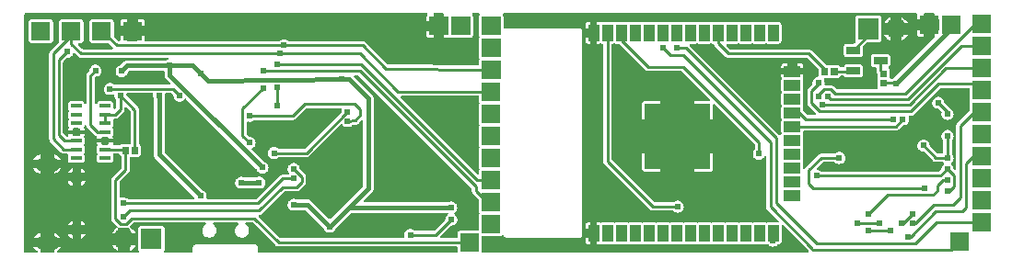
<source format=gbl>
G04 Layer: BottomLayer*
G04 EasyEDA v6.5.5, 2022-06-25 23:47:44*
G04 621e16e28f884fd4bf2062cce9099d3c,e579ade59e434e5c9d4a708449f7d829,10*
G04 Gerber Generator version 0.2*
G04 Scale: 100 percent, Rotated: No, Reflected: No *
G04 Dimensions in inches *
G04 leading zeros omitted , absolute positions ,3 integer and 6 decimal *
%FSLAX36Y36*%
%MOIN*%

%ADD10C,0.0100*%
%ADD11C,0.0180*%
%ADD15C,0.0240*%
%ADD38R,0.0748X0.0748*%
%ADD39C,0.0748*%
%ADD40R,0.0669X0.0669*%
%ADD41C,0.0512*%
%ADD45R,0.0400X0.0138*%

%LPD*%
G36*
X990660Y-5659D02*
G01*
X989180Y-5200D01*
X987980Y-4220D01*
X987140Y-3180D01*
X663940Y320120D01*
X663060Y321420D01*
X662760Y322960D01*
X663060Y324480D01*
X663940Y325780D01*
X665240Y326640D01*
X666760Y326960D01*
X684980Y326960D01*
X687440Y327239D01*
X689180Y327840D01*
X690500Y328060D01*
X691820Y327840D01*
X693560Y327239D01*
X696020Y326960D01*
X734980Y326960D01*
X737440Y327239D01*
X739180Y327840D01*
X740500Y328060D01*
X741820Y327840D01*
X743560Y327239D01*
X746020Y326960D01*
X747920Y326960D01*
X749340Y326700D01*
X750560Y325959D01*
X751460Y324840D01*
X752960Y322020D01*
X754960Y319580D01*
X794180Y280360D01*
X796620Y278360D01*
X799220Y276980D01*
X802060Y276120D01*
X805200Y275800D01*
X1087080Y275800D01*
X1088620Y275500D01*
X1089920Y274640D01*
X1130220Y234320D01*
X1131080Y233039D01*
X1131400Y231500D01*
X1131400Y213340D01*
X1131520Y212240D01*
X1131380Y210660D01*
X1130640Y209259D01*
X1129400Y208240D01*
X1127880Y207800D01*
X1126160Y207640D01*
X1122440Y206660D01*
X1118960Y205020D01*
X1115800Y202820D01*
X1113080Y200100D01*
X1110880Y196940D01*
X1109240Y193460D01*
X1108260Y189740D01*
X1107920Y185900D01*
X1108220Y182500D01*
X1107980Y180780D01*
X1107060Y179320D01*
X1094460Y166720D01*
X1092460Y164280D01*
X1091060Y161680D01*
X1090200Y158840D01*
X1089900Y155700D01*
X1089900Y111100D01*
X1090200Y107960D01*
X1091060Y105140D01*
X1092460Y102520D01*
X1094460Y100079D01*
X1120020Y74540D01*
X1120880Y73240D01*
X1121180Y71700D01*
X1120880Y70180D01*
X1120020Y68880D01*
X1118720Y68000D01*
X1117180Y67700D01*
X1092920Y67700D01*
X1091380Y68000D01*
X1090080Y68880D01*
X1075320Y83640D01*
X1074460Y84940D01*
X1074160Y86460D01*
X1074160Y96080D01*
X1073880Y98539D01*
X1073260Y100280D01*
X1073040Y101600D01*
X1073260Y102920D01*
X1073880Y104660D01*
X1074160Y107120D01*
X1074160Y146080D01*
X1073880Y148540D01*
X1073260Y150280D01*
X1073040Y151600D01*
X1073260Y152920D01*
X1073880Y154660D01*
X1074160Y157120D01*
X1074160Y196080D01*
X1073880Y198540D01*
X1073260Y200280D01*
X1073040Y201600D01*
X1073260Y202920D01*
X1073880Y204660D01*
X1074160Y207120D01*
X1074160Y214259D01*
X1051780Y214259D01*
X1051780Y210400D01*
X1051480Y208880D01*
X1050600Y207580D01*
X1049300Y206700D01*
X1047780Y206400D01*
X1021220Y206400D01*
X1019700Y206700D01*
X1018400Y207580D01*
X1017520Y208880D01*
X1017220Y210400D01*
X1017220Y214259D01*
X994860Y214259D01*
X994860Y207120D01*
X995120Y204660D01*
X995740Y202920D01*
X995960Y201600D01*
X995740Y200280D01*
X995120Y198540D01*
X994860Y196080D01*
X994860Y157120D01*
X995120Y154660D01*
X995740Y152920D01*
X995960Y151600D01*
X995740Y150280D01*
X995120Y148540D01*
X994860Y146080D01*
X994860Y107120D01*
X995120Y104660D01*
X995740Y102920D01*
X995960Y101600D01*
X995740Y100280D01*
X995120Y98539D01*
X994860Y96080D01*
X994860Y57120D01*
X995120Y54660D01*
X995740Y52920D01*
X995960Y51600D01*
X995740Y50279D01*
X995120Y48540D01*
X994860Y46080D01*
X994860Y7120D01*
X995120Y4660D01*
X995740Y2920D01*
X995960Y1600D01*
X995740Y280D01*
X995120Y-1460D01*
X995060Y-2120D01*
X994580Y-3600D01*
X993580Y-4800D01*
X992220Y-5520D01*
G37*

%LPC*%
G36*
X1051780Y238960D02*
G01*
X1074160Y238960D01*
X1074160Y246080D01*
X1073880Y248540D01*
X1073120Y250680D01*
X1071920Y252580D01*
X1070340Y254180D01*
X1068420Y255380D01*
X1066300Y256119D01*
X1063820Y256400D01*
X1051780Y256400D01*
G37*
G36*
X994860Y238960D02*
G01*
X1017220Y238960D01*
X1017220Y256400D01*
X1005180Y256400D01*
X1002700Y256119D01*
X1000580Y255380D01*
X998660Y254180D01*
X997080Y252580D01*
X995879Y250680D01*
X995120Y248540D01*
X994860Y246080D01*
G37*

%LPD*%
G36*
X1140960Y-137300D02*
G01*
X1139440Y-137000D01*
X1138140Y-136120D01*
X1137500Y-135480D01*
X1134340Y-133280D01*
X1130860Y-131660D01*
X1126700Y-130559D01*
X1125220Y-129800D01*
X1124160Y-128520D01*
X1123720Y-126900D01*
X1123980Y-125260D01*
X1124900Y-123859D01*
X1145080Y-103660D01*
X1146380Y-102800D01*
X1147920Y-102500D01*
X1187320Y-102500D01*
X1188860Y-102800D01*
X1190160Y-103660D01*
X1190800Y-104320D01*
X1193960Y-106519D01*
X1197440Y-108160D01*
X1201160Y-109140D01*
X1205000Y-109480D01*
X1208840Y-109140D01*
X1212560Y-108160D01*
X1216040Y-106519D01*
X1219200Y-104320D01*
X1221920Y-101600D01*
X1224120Y-98440D01*
X1225760Y-94960D01*
X1226740Y-91240D01*
X1227080Y-87400D01*
X1226740Y-83560D01*
X1225760Y-79840D01*
X1224120Y-76360D01*
X1221920Y-73200D01*
X1219200Y-70480D01*
X1216040Y-68280D01*
X1212560Y-66640D01*
X1208840Y-65660D01*
X1205000Y-65320D01*
X1201160Y-65660D01*
X1197440Y-66640D01*
X1193960Y-68280D01*
X1190800Y-70480D01*
X1190160Y-71120D01*
X1188860Y-72000D01*
X1187340Y-72300D01*
X1140200Y-72300D01*
X1137060Y-72600D01*
X1134220Y-73460D01*
X1131620Y-74860D01*
X1129180Y-76860D01*
X1084460Y-121580D01*
X1082460Y-124019D01*
X1081680Y-125480D01*
X1080540Y-126820D01*
X1078940Y-127520D01*
X1077180Y-127480D01*
X1075620Y-126700D01*
X1074540Y-125300D01*
X1074160Y-123600D01*
X1074160Y-103920D01*
X1073880Y-101460D01*
X1073260Y-99720D01*
X1073040Y-98400D01*
X1073260Y-97080D01*
X1073880Y-95340D01*
X1074160Y-92880D01*
X1074160Y-53920D01*
X1073880Y-51460D01*
X1073260Y-49720D01*
X1073040Y-48400D01*
X1073260Y-47080D01*
X1073880Y-45340D01*
X1074160Y-42880D01*
X1074160Y-3920D01*
X1073880Y-1460D01*
X1073260Y280D01*
X1073040Y1600D01*
X1073260Y2920D01*
X1073880Y4660D01*
X1074160Y7500D01*
X1074460Y9040D01*
X1075320Y10320D01*
X1076620Y11200D01*
X1078160Y11500D01*
X1408800Y11500D01*
X1411940Y11820D01*
X1414780Y12660D01*
X1417380Y14060D01*
X1419820Y16060D01*
X1433160Y29420D01*
X1434300Y30219D01*
X1435640Y30580D01*
X1438839Y30860D01*
X1442560Y31840D01*
X1446040Y33480D01*
X1449199Y35680D01*
X1451920Y38400D01*
X1454120Y41560D01*
X1455760Y45039D01*
X1456740Y48760D01*
X1457080Y52600D01*
X1456740Y56440D01*
X1455400Y61700D01*
X1455680Y63259D01*
X1456540Y64600D01*
X1457840Y65480D01*
X1459400Y65800D01*
X1464800Y65800D01*
X1467940Y66120D01*
X1470780Y66980D01*
X1473380Y68360D01*
X1475820Y70360D01*
X1570080Y164640D01*
X1571380Y165500D01*
X1572920Y165799D01*
X1672440Y165799D01*
X1673959Y165500D01*
X1675260Y164640D01*
X1676140Y163340D01*
X1676440Y161800D01*
X1676440Y124360D01*
X1676720Y121900D01*
X1678020Y118340D01*
X1678020Y116860D01*
X1676720Y113300D01*
X1676440Y110840D01*
X1676440Y85040D01*
X1676140Y83520D01*
X1675260Y82220D01*
X1631459Y38420D01*
X1629460Y35980D01*
X1628060Y33380D01*
X1627200Y30540D01*
X1626900Y27400D01*
X1626900Y-126580D01*
X1626600Y-128120D01*
X1625720Y-129420D01*
X1624440Y-130280D01*
X1622900Y-130580D01*
X1621360Y-130280D01*
X1619880Y-129220D01*
X1619079Y-128100D01*
X1618720Y-126740D01*
X1618440Y-123560D01*
X1617460Y-119840D01*
X1615820Y-116359D01*
X1613620Y-113200D01*
X1610640Y-110220D01*
X1609780Y-108920D01*
X1609480Y-107380D01*
X1609780Y-105860D01*
X1610640Y-104560D01*
X1613620Y-101600D01*
X1615820Y-98440D01*
X1617460Y-94960D01*
X1618440Y-91240D01*
X1618779Y-87400D01*
X1618440Y-83560D01*
X1617460Y-79840D01*
X1615820Y-76360D01*
X1613620Y-73200D01*
X1612980Y-72560D01*
X1612100Y-71260D01*
X1611800Y-69720D01*
X1611800Y-25080D01*
X1612100Y-23540D01*
X1612980Y-22240D01*
X1613620Y-21600D01*
X1615820Y-18440D01*
X1617460Y-14960D01*
X1618440Y-11240D01*
X1618779Y-7400D01*
X1618440Y-3560D01*
X1617460Y160D01*
X1615820Y3640D01*
X1613620Y6800D01*
X1610900Y9520D01*
X1607740Y11720D01*
X1604259Y13360D01*
X1600540Y14340D01*
X1596699Y14680D01*
X1592860Y14340D01*
X1589139Y13360D01*
X1585660Y11720D01*
X1582500Y9520D01*
X1579780Y6800D01*
X1577580Y3640D01*
X1575940Y160D01*
X1574960Y-3560D01*
X1574620Y-7400D01*
X1574960Y-11240D01*
X1575940Y-14960D01*
X1577580Y-18440D01*
X1579780Y-21600D01*
X1580420Y-22240D01*
X1581300Y-23540D01*
X1581600Y-25059D01*
X1581600Y-68300D01*
X1581300Y-69820D01*
X1580420Y-71120D01*
X1579120Y-72000D01*
X1577600Y-72300D01*
X1562920Y-72300D01*
X1561380Y-72000D01*
X1560080Y-71120D01*
X1533180Y-44220D01*
X1532380Y-43080D01*
X1532020Y-41740D01*
X1531740Y-38560D01*
X1530760Y-34840D01*
X1529120Y-31360D01*
X1526920Y-28200D01*
X1524199Y-25480D01*
X1521040Y-23280D01*
X1517560Y-21640D01*
X1513839Y-20660D01*
X1510000Y-20320D01*
X1506160Y-20660D01*
X1502440Y-21640D01*
X1498959Y-23280D01*
X1495800Y-25480D01*
X1493080Y-28200D01*
X1490880Y-31360D01*
X1489240Y-34840D01*
X1488260Y-38560D01*
X1487920Y-42400D01*
X1488260Y-46240D01*
X1489240Y-49960D01*
X1490880Y-53440D01*
X1493080Y-56600D01*
X1495800Y-59320D01*
X1498959Y-61520D01*
X1502440Y-63160D01*
X1506160Y-64140D01*
X1509360Y-64420D01*
X1510700Y-64780D01*
X1511840Y-65580D01*
X1544180Y-97940D01*
X1546620Y-99940D01*
X1549220Y-101340D01*
X1552060Y-102180D01*
X1555200Y-102500D01*
X1579019Y-102500D01*
X1580580Y-102800D01*
X1581879Y-103680D01*
X1582780Y-104600D01*
X1583620Y-105900D01*
X1583920Y-107420D01*
X1583620Y-108940D01*
X1582760Y-110239D01*
X1579780Y-113200D01*
X1577580Y-116359D01*
X1575940Y-119840D01*
X1574960Y-123560D01*
X1574680Y-126740D01*
X1574319Y-128080D01*
X1573520Y-129220D01*
X1566620Y-136120D01*
X1565320Y-137000D01*
X1563779Y-137300D01*
G37*

%LPC*%
G36*
X1596699Y50519D02*
G01*
X1600540Y50860D01*
X1604259Y51840D01*
X1607740Y53480D01*
X1610900Y55679D01*
X1613620Y58400D01*
X1615820Y61560D01*
X1617460Y65039D01*
X1618440Y68760D01*
X1618779Y72600D01*
X1618440Y76440D01*
X1617460Y80160D01*
X1615820Y83640D01*
X1613620Y86800D01*
X1610900Y89520D01*
X1607740Y91720D01*
X1604240Y93360D01*
X1603100Y94160D01*
X1586480Y110780D01*
X1585680Y111920D01*
X1585320Y113260D01*
X1585040Y116440D01*
X1584060Y120160D01*
X1582420Y123640D01*
X1580220Y126800D01*
X1577500Y129520D01*
X1574340Y131720D01*
X1570860Y133360D01*
X1567140Y134340D01*
X1563300Y134680D01*
X1559460Y134340D01*
X1555740Y133360D01*
X1552260Y131720D01*
X1549100Y129520D01*
X1546380Y126800D01*
X1544180Y123640D01*
X1542540Y120160D01*
X1541560Y116440D01*
X1541220Y112600D01*
X1541560Y108760D01*
X1542540Y105040D01*
X1544180Y101560D01*
X1546380Y98400D01*
X1549100Y95680D01*
X1552260Y93480D01*
X1555740Y91840D01*
X1559460Y90860D01*
X1562660Y90580D01*
X1564000Y90220D01*
X1565140Y89420D01*
X1573980Y80559D01*
X1574780Y79420D01*
X1575140Y78080D01*
X1574620Y72600D01*
X1574960Y68760D01*
X1575940Y65039D01*
X1577580Y61560D01*
X1579780Y58400D01*
X1582500Y55679D01*
X1585660Y53480D01*
X1589139Y51840D01*
X1592860Y50860D01*
G37*

%LPD*%
G36*
X-102560Y-146520D02*
G01*
X-104100Y-146220D01*
X-105399Y-145360D01*
X-381719Y130980D01*
X-382580Y132260D01*
X-382879Y133800D01*
X-382580Y135340D01*
X-381719Y136620D01*
X-380420Y137500D01*
X-378880Y137800D01*
X-102560Y137800D01*
X-101039Y137500D01*
X-99740Y136620D01*
X-98859Y135340D01*
X-98560Y133800D01*
X-98560Y119660D01*
X-98280Y117200D01*
X-96980Y113640D01*
X-96980Y112160D01*
X-98280Y108600D01*
X-98560Y106140D01*
X-98560Y39660D01*
X-98280Y37200D01*
X-96980Y33640D01*
X-96980Y32160D01*
X-98280Y28600D01*
X-98560Y26140D01*
X-98560Y-40340D01*
X-98280Y-42800D01*
X-96980Y-46360D01*
X-96980Y-47840D01*
X-98280Y-51400D01*
X-98560Y-53860D01*
X-98560Y-120340D01*
X-98280Y-122800D01*
X-96980Y-126359D01*
X-96980Y-127840D01*
X-98280Y-131400D01*
X-98560Y-133860D01*
X-98560Y-142520D01*
X-98859Y-144060D01*
X-99740Y-145360D01*
X-101039Y-146220D01*
G37*

%LPD*%
G36*
X-1368300Y-237000D02*
G01*
X-1369840Y-236700D01*
X-1371140Y-235820D01*
X-1371780Y-235180D01*
X-1374940Y-232979D01*
X-1378420Y-231340D01*
X-1382140Y-230360D01*
X-1385980Y-230020D01*
X-1389820Y-230360D01*
X-1393540Y-231340D01*
X-1394100Y-231620D01*
X-1395660Y-231980D01*
X-1397240Y-231720D01*
X-1398580Y-230859D01*
X-1399480Y-229560D01*
X-1399800Y-228000D01*
X-1399800Y-175219D01*
X-1399500Y-173680D01*
X-1398620Y-172380D01*
X-1367960Y-141720D01*
X-1365960Y-139280D01*
X-1364560Y-136680D01*
X-1363720Y-133840D01*
X-1363400Y-130700D01*
X-1363400Y-86720D01*
X-1363060Y-85079D01*
X-1362060Y-83740D01*
X-1360620Y-82899D01*
X-1358959Y-82739D01*
X-1356680Y-83000D01*
X-1333520Y-83000D01*
X-1331040Y-82720D01*
X-1328920Y-81980D01*
X-1327000Y-80780D01*
X-1325420Y-79180D01*
X-1324220Y-77260D01*
X-1323460Y-75140D01*
X-1323180Y-72680D01*
X-1323180Y-47520D01*
X-1323460Y-45060D01*
X-1324220Y-42939D01*
X-1325420Y-41020D01*
X-1327000Y-39420D01*
X-1328120Y-38720D01*
X-1329120Y-37840D01*
X-1329780Y-36660D01*
X-1330000Y-35340D01*
X-1330000Y86800D01*
X-1330300Y89940D01*
X-1331160Y92780D01*
X-1332560Y95380D01*
X-1334560Y97820D01*
X-1373820Y137080D01*
X-1374620Y138200D01*
X-1374980Y139560D01*
X-1375380Y144220D01*
X-1374960Y145620D01*
X-1374079Y146780D01*
X-1372820Y147540D01*
X-1371399Y147800D01*
X-1282600Y147800D01*
X-1281180Y147540D01*
X-1279920Y146780D01*
X-1279040Y145620D01*
X-1278620Y144220D01*
X-1279080Y138900D01*
X-1278740Y135060D01*
X-1277760Y131340D01*
X-1276480Y128600D01*
X-1276100Y126920D01*
X-1276080Y-76840D01*
X-1275580Y-80460D01*
X-1274460Y-83800D01*
X-1272740Y-86880D01*
X-1270380Y-89740D01*
X-1129940Y-230180D01*
X-1129080Y-231460D01*
X-1128760Y-233000D01*
X-1129080Y-234540D01*
X-1129940Y-235820D01*
X-1131240Y-236700D01*
X-1132760Y-237000D01*
G37*

%LPD*%
G36*
X-816780Y-379099D02*
G01*
X-818319Y-378800D01*
X-819620Y-377920D01*
X-896420Y-301140D01*
X-897260Y-299900D01*
X-897580Y-298440D01*
X-897360Y-296960D01*
X-896600Y-295660D01*
X-895420Y-294740D01*
X-893980Y-294320D01*
X-892660Y-294200D01*
X-889820Y-293340D01*
X-887220Y-291940D01*
X-884780Y-289940D01*
X-804920Y-210080D01*
X-803620Y-209200D01*
X-802080Y-208900D01*
X-760200Y-208900D01*
X-757060Y-208580D01*
X-754220Y-207740D01*
X-751620Y-206340D01*
X-749180Y-204340D01*
X-729460Y-184620D01*
X-727460Y-182180D01*
X-726060Y-179579D01*
X-725200Y-176740D01*
X-724900Y-173600D01*
X-724900Y-157300D01*
X-725200Y-154160D01*
X-726060Y-151320D01*
X-727460Y-148720D01*
X-729460Y-146280D01*
X-746820Y-128920D01*
X-747620Y-127800D01*
X-747980Y-126440D01*
X-748259Y-123260D01*
X-749240Y-119540D01*
X-750879Y-116060D01*
X-753080Y-112899D01*
X-755800Y-110180D01*
X-758960Y-107980D01*
X-762440Y-106340D01*
X-766160Y-105360D01*
X-770000Y-105020D01*
X-773840Y-105360D01*
X-777560Y-106340D01*
X-781040Y-107980D01*
X-784200Y-110180D01*
X-786919Y-112899D01*
X-789120Y-116060D01*
X-790759Y-119540D01*
X-791740Y-123260D01*
X-792080Y-127100D01*
X-791740Y-130940D01*
X-790759Y-134660D01*
X-789120Y-138140D01*
X-787340Y-140700D01*
X-786660Y-142300D01*
X-786740Y-144040D01*
X-787540Y-145580D01*
X-788920Y-146620D01*
X-790600Y-147000D01*
X-808100Y-147000D01*
X-811240Y-147300D01*
X-814080Y-148160D01*
X-816680Y-149560D01*
X-819120Y-151560D01*
X-903379Y-235820D01*
X-904680Y-236700D01*
X-906220Y-237000D01*
X-1081940Y-237000D01*
X-1083360Y-236740D01*
X-1084600Y-235980D01*
X-1085500Y-234820D01*
X-1085900Y-233420D01*
X-1085800Y-231960D01*
X-1085260Y-229940D01*
X-1084920Y-226100D01*
X-1085260Y-222260D01*
X-1086240Y-218540D01*
X-1087880Y-215060D01*
X-1090080Y-211900D01*
X-1092800Y-209180D01*
X-1095960Y-206980D01*
X-1099440Y-205340D01*
X-1101140Y-204760D01*
X-1101980Y-204120D01*
X-1236720Y-69360D01*
X-1237600Y-68060D01*
X-1237900Y-66540D01*
X-1237900Y126920D01*
X-1237520Y128600D01*
X-1236240Y131340D01*
X-1235260Y135060D01*
X-1234920Y138900D01*
X-1235380Y144220D01*
X-1234960Y145620D01*
X-1234080Y146780D01*
X-1232820Y147540D01*
X-1231400Y147800D01*
X-1214920Y147800D01*
X-1213380Y147500D01*
X-1212080Y146620D01*
X-1206180Y140740D01*
X-1205380Y139600D01*
X-1205020Y138260D01*
X-1204740Y135060D01*
X-1203760Y131340D01*
X-1202120Y127860D01*
X-1199920Y124700D01*
X-1197200Y121980D01*
X-1194040Y119780D01*
X-1190560Y118140D01*
X-1186840Y117160D01*
X-1183000Y116820D01*
X-1179160Y117160D01*
X-1175440Y118140D01*
X-1171960Y119780D01*
X-1168800Y121980D01*
X-1166080Y124700D01*
X-1165120Y126080D01*
X-1163840Y127240D01*
X-1162200Y127760D01*
X-1160480Y127540D01*
X-1159020Y126600D01*
X-905280Y-127120D01*
X-904640Y-127960D01*
X-904060Y-129660D01*
X-902420Y-133140D01*
X-900220Y-136300D01*
X-897500Y-139020D01*
X-894340Y-141220D01*
X-890860Y-142860D01*
X-887140Y-143840D01*
X-883300Y-144180D01*
X-879460Y-143840D01*
X-875740Y-142860D01*
X-872260Y-141220D01*
X-869100Y-139020D01*
X-866380Y-136300D01*
X-864180Y-133140D01*
X-862540Y-129660D01*
X-861560Y-125940D01*
X-861220Y-122100D01*
X-861560Y-118260D01*
X-862540Y-114540D01*
X-864180Y-111060D01*
X-866380Y-107899D01*
X-869100Y-105180D01*
X-872260Y-102980D01*
X-875740Y-101340D01*
X-877440Y-100760D01*
X-878280Y-100120D01*
X-920520Y-57880D01*
X-921360Y-56600D01*
X-921680Y-55119D01*
X-921420Y-53620D01*
X-920620Y-52320D01*
X-915800Y-49020D01*
X-913080Y-46300D01*
X-910879Y-43140D01*
X-909240Y-39660D01*
X-908259Y-35940D01*
X-907920Y-32100D01*
X-908259Y-28260D01*
X-909240Y-24540D01*
X-910879Y-21060D01*
X-913080Y-17900D01*
X-915800Y-15180D01*
X-918960Y-12980D01*
X-922440Y-11339D01*
X-926160Y-10360D01*
X-929340Y-10080D01*
X-930699Y-9720D01*
X-931820Y-8920D01*
X-938720Y-2020D01*
X-939599Y-720D01*
X-939900Y820D01*
X-939900Y40380D01*
X-939640Y41820D01*
X-938880Y43060D01*
X-937720Y43940D01*
X-936320Y44360D01*
X-934860Y44240D01*
X-933040Y43760D01*
X-929200Y43420D01*
X-925360Y43760D01*
X-921640Y44740D01*
X-918160Y46380D01*
X-915000Y48580D01*
X-914360Y49220D01*
X-913060Y50100D01*
X-911540Y50400D01*
X-772600Y50400D01*
X-769460Y50700D01*
X-766620Y51560D01*
X-764020Y52960D01*
X-761580Y54960D01*
X-724920Y91620D01*
X-723620Y92500D01*
X-722080Y92800D01*
X-599400Y92800D01*
X-597840Y92480D01*
X-596540Y91600D01*
X-595680Y90260D01*
X-595400Y88699D01*
X-596740Y83440D01*
X-597020Y80239D01*
X-597380Y78900D01*
X-598180Y77760D01*
X-729180Y-53240D01*
X-730480Y-54100D01*
X-732020Y-54400D01*
X-823120Y-54400D01*
X-824659Y-54100D01*
X-825960Y-53240D01*
X-826600Y-52580D01*
X-829760Y-50380D01*
X-833240Y-48740D01*
X-836960Y-47760D01*
X-840800Y-47420D01*
X-844640Y-47760D01*
X-848360Y-48740D01*
X-851840Y-50380D01*
X-855000Y-52580D01*
X-857720Y-55300D01*
X-859920Y-58460D01*
X-861560Y-61940D01*
X-862540Y-65660D01*
X-862880Y-69500D01*
X-862540Y-73340D01*
X-861560Y-77060D01*
X-859920Y-80540D01*
X-857720Y-83699D01*
X-855000Y-86420D01*
X-851840Y-88620D01*
X-848360Y-90260D01*
X-844640Y-91240D01*
X-840800Y-91580D01*
X-836960Y-91240D01*
X-833240Y-90260D01*
X-829760Y-88620D01*
X-826600Y-86420D01*
X-825960Y-85780D01*
X-824659Y-84900D01*
X-823139Y-84600D01*
X-724300Y-84600D01*
X-721160Y-84300D01*
X-718319Y-83440D01*
X-715720Y-82040D01*
X-713280Y-80040D01*
X-599120Y34120D01*
X-597660Y35040D01*
X-595960Y35280D01*
X-594300Y34760D01*
X-593020Y33580D01*
X-591920Y32000D01*
X-589200Y29280D01*
X-586040Y27080D01*
X-582560Y25440D01*
X-578840Y24460D01*
X-575000Y24120D01*
X-571160Y24460D01*
X-567440Y25440D01*
X-563960Y27080D01*
X-560800Y29280D01*
X-559120Y30960D01*
X-557940Y31780D01*
X-556520Y32120D01*
X-544240Y32820D01*
X-542900Y32960D01*
X-541200Y33300D01*
X-540020Y33660D01*
X-538420Y34320D01*
X-537340Y34900D01*
X-535900Y35860D01*
X-534940Y36640D01*
X-533720Y37860D01*
X-532860Y38900D01*
X-526300Y47660D01*
X-525060Y48760D01*
X-523480Y49240D01*
X-521840Y49060D01*
X-520400Y48220D01*
X-519440Y46880D01*
X-519099Y45260D01*
X-519099Y-187540D01*
X-519400Y-189060D01*
X-520280Y-190360D01*
X-637180Y-307260D01*
X-638460Y-308120D01*
X-640000Y-308440D01*
X-641540Y-308120D01*
X-642820Y-307260D01*
X-707039Y-243080D01*
X-709960Y-240880D01*
X-713100Y-239300D01*
X-716500Y-238340D01*
X-720180Y-238000D01*
X-758020Y-238000D01*
X-759700Y-237620D01*
X-762440Y-236340D01*
X-766160Y-235360D01*
X-770000Y-235020D01*
X-773840Y-235360D01*
X-777560Y-236340D01*
X-781040Y-237979D01*
X-784200Y-240180D01*
X-786919Y-242900D01*
X-789120Y-246060D01*
X-790759Y-249540D01*
X-791740Y-253260D01*
X-792080Y-257100D01*
X-791740Y-260940D01*
X-790759Y-264660D01*
X-789120Y-268140D01*
X-786919Y-271300D01*
X-784200Y-274020D01*
X-781040Y-276220D01*
X-777560Y-277860D01*
X-773840Y-278840D01*
X-770000Y-279180D01*
X-766160Y-278840D01*
X-762440Y-277860D01*
X-759700Y-276580D01*
X-758020Y-276200D01*
X-729560Y-276200D01*
X-728040Y-276500D01*
X-726740Y-277380D01*
X-661979Y-342120D01*
X-661340Y-342960D01*
X-660759Y-344660D01*
X-659120Y-348140D01*
X-656919Y-351300D01*
X-654200Y-354020D01*
X-651040Y-356220D01*
X-647560Y-357860D01*
X-643840Y-358840D01*
X-640000Y-359180D01*
X-636160Y-358840D01*
X-632440Y-357860D01*
X-628960Y-356220D01*
X-625800Y-354020D01*
X-623080Y-351300D01*
X-620880Y-348140D01*
X-619240Y-344660D01*
X-618660Y-342960D01*
X-618020Y-342120D01*
X-563260Y-287380D01*
X-561960Y-286500D01*
X-560440Y-286200D01*
X-215020Y-286200D01*
X-213380Y-286560D01*
X-212040Y-287540D01*
X-211220Y-289000D01*
X-211060Y-290660D01*
X-211600Y-292260D01*
X-212740Y-293480D01*
X-213600Y-294080D01*
X-216320Y-296800D01*
X-218520Y-299960D01*
X-220159Y-303440D01*
X-221140Y-307160D01*
X-221420Y-310360D01*
X-221780Y-311700D01*
X-222580Y-312840D01*
X-260580Y-350820D01*
X-261880Y-351700D01*
X-263420Y-352000D01*
X-329920Y-352000D01*
X-331460Y-351700D01*
X-332760Y-350820D01*
X-333400Y-350180D01*
X-336560Y-347980D01*
X-340040Y-346340D01*
X-343760Y-345360D01*
X-347600Y-345020D01*
X-351440Y-345360D01*
X-355160Y-346340D01*
X-358640Y-347980D01*
X-361800Y-350180D01*
X-364520Y-352900D01*
X-366719Y-356060D01*
X-368360Y-359540D01*
X-369340Y-363260D01*
X-369680Y-367100D01*
X-369340Y-370940D01*
X-368519Y-374060D01*
X-368400Y-375520D01*
X-368820Y-376920D01*
X-369700Y-378080D01*
X-370940Y-378840D01*
X-372380Y-379099D01*
G37*

%LPC*%
G36*
X-960000Y-199180D02*
G01*
X-956160Y-198840D01*
X-952440Y-197860D01*
X-949700Y-196580D01*
X-948020Y-196200D01*
X-906979Y-196200D01*
X-905300Y-196580D01*
X-902560Y-197860D01*
X-898840Y-198840D01*
X-895000Y-199180D01*
X-891160Y-198840D01*
X-887440Y-197860D01*
X-883960Y-196220D01*
X-880800Y-194020D01*
X-878080Y-191300D01*
X-875879Y-188140D01*
X-874240Y-184660D01*
X-873259Y-180940D01*
X-872920Y-177100D01*
X-873259Y-173260D01*
X-874240Y-169540D01*
X-875879Y-166060D01*
X-878080Y-162900D01*
X-880800Y-160180D01*
X-883960Y-157980D01*
X-887440Y-156340D01*
X-891160Y-155360D01*
X-895000Y-155020D01*
X-898840Y-155360D01*
X-902560Y-156340D01*
X-905300Y-157620D01*
X-906979Y-158000D01*
X-948020Y-158000D01*
X-949700Y-157620D01*
X-952440Y-156340D01*
X-956160Y-155360D01*
X-960000Y-155020D01*
X-963840Y-155360D01*
X-967560Y-156340D01*
X-971040Y-157980D01*
X-974200Y-160180D01*
X-976919Y-162900D01*
X-979120Y-166060D01*
X-980759Y-169540D01*
X-981740Y-173260D01*
X-982080Y-177100D01*
X-981740Y-180940D01*
X-980759Y-184660D01*
X-979120Y-188140D01*
X-976919Y-191300D01*
X-974200Y-194020D01*
X-971040Y-196220D01*
X-967560Y-197860D01*
X-963840Y-198840D01*
G37*

%LPD*%
G36*
X-236480Y-379099D02*
G01*
X-238020Y-378800D01*
X-239320Y-377920D01*
X-240180Y-376640D01*
X-240479Y-375100D01*
X-240180Y-373560D01*
X-239320Y-372280D01*
X-201220Y-334180D01*
X-200080Y-333380D01*
X-198740Y-333020D01*
X-195560Y-332740D01*
X-191840Y-331760D01*
X-188359Y-330120D01*
X-185200Y-327920D01*
X-182480Y-325200D01*
X-180280Y-322040D01*
X-178640Y-318560D01*
X-177659Y-314840D01*
X-177320Y-311000D01*
X-177659Y-307160D01*
X-178640Y-303440D01*
X-180280Y-299960D01*
X-182480Y-296800D01*
X-185200Y-294080D01*
X-188020Y-292120D01*
X-189080Y-291020D01*
X-189640Y-289600D01*
X-189640Y-288080D01*
X-189080Y-286660D01*
X-188020Y-285560D01*
X-185799Y-284020D01*
X-183080Y-281300D01*
X-180880Y-278140D01*
X-179240Y-274660D01*
X-178260Y-270940D01*
X-177920Y-267100D01*
X-178260Y-263260D01*
X-179240Y-259540D01*
X-180880Y-256060D01*
X-183080Y-252900D01*
X-185799Y-250180D01*
X-188960Y-247979D01*
X-192440Y-246340D01*
X-196160Y-245360D01*
X-200000Y-245020D01*
X-203840Y-245360D01*
X-207560Y-246340D01*
X-210300Y-247620D01*
X-211980Y-248000D01*
X-514240Y-248000D01*
X-515760Y-247700D01*
X-517060Y-246820D01*
X-517920Y-245539D01*
X-518240Y-244000D01*
X-517920Y-242460D01*
X-517060Y-241180D01*
X-485980Y-210060D01*
X-483780Y-207140D01*
X-482200Y-204000D01*
X-481240Y-200600D01*
X-480900Y-196920D01*
X-480920Y128640D01*
X-481420Y132260D01*
X-482540Y135600D01*
X-484260Y138680D01*
X-486620Y141540D01*
X-551060Y205980D01*
X-551920Y207260D01*
X-552240Y208800D01*
X-551920Y210340D01*
X-551060Y211620D01*
X-549760Y212500D01*
X-548240Y212800D01*
X-537920Y212800D01*
X-536380Y212500D01*
X-535080Y211620D01*
X-126280Y-197180D01*
X-125399Y-198480D01*
X-125100Y-200020D01*
X-125100Y-206900D01*
X-124800Y-210040D01*
X-123940Y-212880D01*
X-122540Y-215479D01*
X-120540Y-217920D01*
X-99740Y-238720D01*
X-98859Y-240020D01*
X-98560Y-241540D01*
X-98560Y-280340D01*
X-98280Y-282800D01*
X-96980Y-286360D01*
X-96980Y-287840D01*
X-98280Y-291400D01*
X-98560Y-293860D01*
X-98560Y-346640D01*
X-98859Y-348160D01*
X-99740Y-349460D01*
X-101039Y-350340D01*
X-102560Y-350640D01*
X-166940Y-350640D01*
X-169400Y-350920D01*
X-171540Y-351659D01*
X-173440Y-352860D01*
X-175040Y-354460D01*
X-176240Y-356360D01*
X-176980Y-358500D01*
X-177260Y-360959D01*
X-177260Y-375100D01*
X-177560Y-376640D01*
X-178440Y-377920D01*
X-179740Y-378800D01*
X-181260Y-379099D01*
G37*

%LPD*%
G36*
X-1740900Y-432000D02*
G01*
X-1742440Y-431700D01*
X-1743720Y-430820D01*
X-1744600Y-429540D01*
X-1744900Y-428000D01*
X-1744900Y433800D01*
X-1744600Y435340D01*
X-1743720Y436620D01*
X-1742440Y437500D01*
X-1740900Y437800D01*
X-289140Y437800D01*
X-287620Y437500D01*
X-286320Y436620D01*
X-285440Y435340D01*
X-285140Y433800D01*
X-285440Y432260D01*
X-287540Y429040D01*
X-288280Y426900D01*
X-288560Y424440D01*
X-288560Y410439D01*
X-264240Y410439D01*
X-264240Y433800D01*
X-263920Y435340D01*
X-263060Y436620D01*
X-261759Y437500D01*
X-260240Y437800D01*
X-229760Y437800D01*
X-228240Y437500D01*
X-226940Y436620D01*
X-226080Y435340D01*
X-225760Y433800D01*
X-225760Y410439D01*
X-212560Y410439D01*
X-211040Y410120D01*
X-209740Y409260D01*
X-208860Y407960D01*
X-208560Y406440D01*
X-208560Y375959D01*
X-208860Y374440D01*
X-209740Y373140D01*
X-211040Y372280D01*
X-212560Y371960D01*
X-225760Y371960D01*
X-225760Y347640D01*
X-211759Y347640D01*
X-209300Y347920D01*
X-205740Y349219D01*
X-204259Y349219D01*
X-200700Y347920D01*
X-198240Y347640D01*
X-131760Y347640D01*
X-129300Y347920D01*
X-127160Y348660D01*
X-125260Y349860D01*
X-123660Y351460D01*
X-122460Y353360D01*
X-121720Y355500D01*
X-121440Y357960D01*
X-121440Y424440D01*
X-121720Y426900D01*
X-122460Y429040D01*
X-124560Y432260D01*
X-124860Y433800D01*
X-124560Y435340D01*
X-123680Y436620D01*
X-122380Y437500D01*
X-120860Y437800D01*
X-100340Y437800D01*
X-98680Y437440D01*
X-97320Y436440D01*
X-96500Y434960D01*
X-96380Y433260D01*
X-96960Y431680D01*
X-97540Y430740D01*
X-98280Y428600D01*
X-98560Y426140D01*
X-98560Y359660D01*
X-98280Y357200D01*
X-96980Y353640D01*
X-96980Y352160D01*
X-98280Y348600D01*
X-98560Y346140D01*
X-98560Y279660D01*
X-98280Y277200D01*
X-96980Y273640D01*
X-96980Y272160D01*
X-98280Y268600D01*
X-98560Y266140D01*
X-98560Y252420D01*
X-98880Y250880D01*
X-99740Y249579D01*
X-101060Y248700D01*
X-102600Y248420D01*
X-427060Y251240D01*
X-428560Y251540D01*
X-429840Y252399D01*
X-509180Y331740D01*
X-511620Y333740D01*
X-514219Y335140D01*
X-517060Y336000D01*
X-520200Y336300D01*
X-787340Y336300D01*
X-788860Y336599D01*
X-790160Y337480D01*
X-790800Y338120D01*
X-793960Y340319D01*
X-797440Y341960D01*
X-801160Y342939D01*
X-805000Y343280D01*
X-808840Y342939D01*
X-812560Y341960D01*
X-816040Y340319D01*
X-819200Y338120D01*
X-819840Y337480D01*
X-821140Y336599D01*
X-822660Y336300D01*
X-1306440Y336300D01*
X-1307960Y336599D01*
X-1309259Y337480D01*
X-1310140Y338780D01*
X-1310440Y340300D01*
X-1310440Y353960D01*
X-1334760Y353960D01*
X-1334760Y340300D01*
X-1335080Y338780D01*
X-1335940Y337480D01*
X-1337240Y336599D01*
X-1338760Y336300D01*
X-1369240Y336300D01*
X-1370760Y336599D01*
X-1372060Y337480D01*
X-1372920Y338780D01*
X-1373240Y340300D01*
X-1373240Y353960D01*
X-1397560Y353960D01*
X-1397560Y340300D01*
X-1397860Y338780D01*
X-1398740Y337480D01*
X-1400040Y336599D01*
X-1402080Y336300D01*
X-1403620Y336599D01*
X-1404920Y337480D01*
X-1420260Y352819D01*
X-1421140Y354120D01*
X-1421440Y355640D01*
X-1421440Y406140D01*
X-1421720Y408600D01*
X-1422460Y410740D01*
X-1423660Y412640D01*
X-1425260Y414240D01*
X-1427160Y415439D01*
X-1429300Y416180D01*
X-1431759Y416460D01*
X-1498240Y416460D01*
X-1500700Y416180D01*
X-1502840Y415439D01*
X-1504740Y414240D01*
X-1506339Y412640D01*
X-1507540Y410740D01*
X-1508280Y408600D01*
X-1508560Y406140D01*
X-1508560Y339660D01*
X-1508280Y337200D01*
X-1507540Y335060D01*
X-1506339Y333160D01*
X-1504740Y331560D01*
X-1502840Y330360D01*
X-1500700Y329620D01*
X-1498240Y329340D01*
X-1441140Y329340D01*
X-1439620Y329040D01*
X-1438320Y328160D01*
X-1423980Y313820D01*
X-1423120Y312520D01*
X-1422800Y311000D01*
X-1423120Y309460D01*
X-1423980Y308180D01*
X-1425280Y307300D01*
X-1426800Y307000D01*
X-1532780Y307000D01*
X-1534319Y307300D01*
X-1535620Y308180D01*
X-1549960Y322500D01*
X-1550820Y323800D01*
X-1551120Y325340D01*
X-1550820Y326860D01*
X-1549960Y328160D01*
X-1548660Y329040D01*
X-1547120Y329340D01*
X-1541759Y329340D01*
X-1539300Y329620D01*
X-1537160Y330360D01*
X-1535260Y331560D01*
X-1533660Y333160D01*
X-1532460Y335060D01*
X-1531720Y337200D01*
X-1531440Y339660D01*
X-1531440Y406140D01*
X-1531720Y408600D01*
X-1532460Y410740D01*
X-1533660Y412640D01*
X-1535260Y414240D01*
X-1537160Y415439D01*
X-1539300Y416180D01*
X-1541759Y416460D01*
X-1608240Y416460D01*
X-1610700Y416180D01*
X-1612840Y415439D01*
X-1614740Y414240D01*
X-1616339Y412640D01*
X-1617540Y410740D01*
X-1618280Y408600D01*
X-1618560Y406140D01*
X-1618560Y339700D01*
X-1618160Y336580D01*
X-1618200Y335379D01*
X-1618580Y334219D01*
X-1619300Y333240D01*
X-1650540Y302020D01*
X-1652540Y299580D01*
X-1653940Y296980D01*
X-1654800Y294140D01*
X-1655100Y291000D01*
X-1655100Y-18600D01*
X-1654800Y-21740D01*
X-1653940Y-24580D01*
X-1652540Y-27180D01*
X-1650540Y-29620D01*
X-1612880Y-67260D01*
X-1610440Y-69260D01*
X-1607840Y-70660D01*
X-1605020Y-71520D01*
X-1601879Y-71820D01*
X-1589960Y-71820D01*
X-1588460Y-72120D01*
X-1587180Y-72940D01*
X-1586300Y-74180D01*
X-1585960Y-75640D01*
X-1586180Y-77160D01*
X-1586860Y-79100D01*
X-1587140Y-81560D01*
X-1587140Y-94900D01*
X-1586860Y-97360D01*
X-1586120Y-99500D01*
X-1584920Y-101400D01*
X-1583320Y-103000D01*
X-1581399Y-104200D01*
X-1579280Y-104940D01*
X-1576819Y-105220D01*
X-1537260Y-105220D01*
X-1534800Y-104940D01*
X-1532660Y-104200D01*
X-1530760Y-103000D01*
X-1529160Y-101400D01*
X-1527960Y-99500D01*
X-1527220Y-97360D01*
X-1526940Y-94900D01*
X-1526940Y-81560D01*
X-1527220Y-79100D01*
X-1527960Y-76980D01*
X-1529460Y-74640D01*
X-1530000Y-73240D01*
X-1530000Y-71720D01*
X-1529460Y-70320D01*
X-1527960Y-67980D01*
X-1527220Y-65860D01*
X-1526940Y-63400D01*
X-1526940Y-50060D01*
X-1527220Y-47600D01*
X-1527960Y-45480D01*
X-1529440Y-43140D01*
X-1530000Y-41740D01*
X-1530000Y-40240D01*
X-1529440Y-38840D01*
X-1527960Y-36480D01*
X-1527220Y-34380D01*
X-1526940Y-31900D01*
X-1526940Y-18580D01*
X-1527220Y-16100D01*
X-1527960Y-14000D01*
X-1529460Y-11640D01*
X-1530000Y-10240D01*
X-1530000Y-8740D01*
X-1529460Y-7340D01*
X-1527960Y-4980D01*
X-1527220Y-2880D01*
X-1526940Y-400D01*
X-1526940Y320D01*
X-1544540Y320D01*
X-1544540Y-4260D01*
X-1544840Y-5780D01*
X-1545700Y-7080D01*
X-1547000Y-7940D01*
X-1548540Y-8260D01*
X-1565540Y-8260D01*
X-1567060Y-7940D01*
X-1568360Y-7080D01*
X-1569240Y-5780D01*
X-1569540Y-4260D01*
X-1569540Y320D01*
X-1587140Y320D01*
X-1587140Y-400D01*
X-1586860Y-2880D01*
X-1586180Y-4780D01*
X-1585960Y-6280D01*
X-1586320Y-7760D01*
X-1587200Y-9000D01*
X-1588480Y-9820D01*
X-1589960Y-10100D01*
X-1590680Y-10100D01*
X-1592220Y-9800D01*
X-1593520Y-8920D01*
X-1603720Y1280D01*
X-1604600Y2580D01*
X-1604900Y4120D01*
X-1604900Y260080D01*
X-1604600Y261620D01*
X-1603720Y262920D01*
X-1592120Y274520D01*
X-1591000Y275320D01*
X-1589640Y275680D01*
X-1586459Y275960D01*
X-1582740Y276940D01*
X-1579259Y278580D01*
X-1576100Y280780D01*
X-1573380Y283500D01*
X-1571180Y286660D01*
X-1569540Y290140D01*
X-1569379Y290740D01*
X-1568640Y292220D01*
X-1567340Y293280D01*
X-1565740Y293700D01*
X-1564079Y293440D01*
X-1562700Y292540D01*
X-1551519Y281360D01*
X-1549079Y279360D01*
X-1546480Y277960D01*
X-1543640Y277100D01*
X-1540500Y276800D01*
X-1225840Y276800D01*
X-1224240Y276460D01*
X-1222900Y275520D01*
X-1222060Y274120D01*
X-1221840Y272500D01*
X-1222300Y270920D01*
X-1223340Y269680D01*
X-1224800Y268940D01*
X-1225860Y268660D01*
X-1228600Y267380D01*
X-1230280Y267000D01*
X-1373300Y266980D01*
X-1376920Y266480D01*
X-1380260Y265360D01*
X-1383340Y263640D01*
X-1386200Y261280D01*
X-1397580Y249880D01*
X-1398420Y249240D01*
X-1400120Y248660D01*
X-1403600Y247020D01*
X-1406759Y244820D01*
X-1409480Y242100D01*
X-1411680Y238939D01*
X-1413320Y235460D01*
X-1414300Y231740D01*
X-1414640Y227900D01*
X-1414300Y224060D01*
X-1413320Y220340D01*
X-1411680Y216860D01*
X-1409480Y213700D01*
X-1406759Y210980D01*
X-1403600Y208780D01*
X-1400120Y207140D01*
X-1396399Y206160D01*
X-1392560Y205820D01*
X-1388720Y206160D01*
X-1385000Y207140D01*
X-1381519Y208780D01*
X-1378360Y210980D01*
X-1375640Y213700D01*
X-1373440Y216860D01*
X-1371800Y220340D01*
X-1371220Y222040D01*
X-1370580Y222880D01*
X-1365820Y227620D01*
X-1364520Y228500D01*
X-1363000Y228800D01*
X-1241400Y228800D01*
X-1239880Y228500D01*
X-1238580Y227620D01*
X-1237700Y226340D01*
X-1237400Y224800D01*
X-1237380Y212160D01*
X-1236880Y208540D01*
X-1235760Y205200D01*
X-1234040Y202120D01*
X-1231680Y199259D01*
X-1217240Y184820D01*
X-1216380Y183540D01*
X-1216060Y182000D01*
X-1216380Y180460D01*
X-1217240Y179180D01*
X-1218540Y178299D01*
X-1220060Y178000D01*
X-1395200Y178000D01*
X-1397440Y177800D01*
X-1417920Y177800D01*
X-1419460Y178100D01*
X-1420760Y178980D01*
X-1421399Y179620D01*
X-1424560Y181820D01*
X-1428040Y183460D01*
X-1431759Y184440D01*
X-1435600Y184780D01*
X-1439440Y184440D01*
X-1443160Y183460D01*
X-1446639Y181820D01*
X-1449800Y179620D01*
X-1452520Y176900D01*
X-1454720Y173740D01*
X-1456360Y170260D01*
X-1457340Y166540D01*
X-1457680Y162700D01*
X-1457340Y158860D01*
X-1456360Y155140D01*
X-1454720Y151660D01*
X-1452520Y148500D01*
X-1449800Y145780D01*
X-1446639Y143580D01*
X-1443160Y141940D01*
X-1439440Y140960D01*
X-1435600Y140620D01*
X-1431759Y140960D01*
X-1428040Y141940D01*
X-1424700Y143500D01*
X-1423080Y143880D01*
X-1421459Y143560D01*
X-1420080Y142600D01*
X-1419240Y141180D01*
X-1419019Y139540D01*
X-1419079Y138900D01*
X-1418740Y135060D01*
X-1417760Y131340D01*
X-1416120Y127860D01*
X-1413920Y124700D01*
X-1413280Y124060D01*
X-1412400Y122760D01*
X-1412100Y121220D01*
X-1412100Y97120D01*
X-1412400Y95580D01*
X-1413280Y94280D01*
X-1416100Y91440D01*
X-1417400Y90580D01*
X-1418940Y90280D01*
X-1420460Y90580D01*
X-1421759Y91440D01*
X-1422640Y92739D01*
X-1422940Y94280D01*
X-1422940Y107360D01*
X-1423220Y109840D01*
X-1423959Y111960D01*
X-1425160Y113880D01*
X-1426759Y115460D01*
X-1428660Y116660D01*
X-1430800Y117420D01*
X-1433260Y117680D01*
X-1472820Y117680D01*
X-1475280Y117420D01*
X-1477400Y116660D01*
X-1479319Y115460D01*
X-1480920Y113880D01*
X-1482940Y110559D01*
X-1484220Y109620D01*
X-1485780Y109240D01*
X-1487340Y109520D01*
X-1488680Y110380D01*
X-1489580Y111679D01*
X-1489900Y113240D01*
X-1489900Y203299D01*
X-1489620Y204760D01*
X-1488839Y206020D01*
X-1487660Y206900D01*
X-1486240Y207300D01*
X-1483760Y207520D01*
X-1480040Y208500D01*
X-1476560Y210140D01*
X-1473400Y212340D01*
X-1470680Y215060D01*
X-1468480Y218220D01*
X-1466840Y221700D01*
X-1465860Y225420D01*
X-1465520Y229259D01*
X-1465860Y233100D01*
X-1466840Y236820D01*
X-1468480Y240300D01*
X-1470680Y243460D01*
X-1473400Y246180D01*
X-1476560Y248380D01*
X-1480040Y250020D01*
X-1483760Y251000D01*
X-1487600Y251340D01*
X-1491440Y251000D01*
X-1495160Y250020D01*
X-1498640Y248380D01*
X-1501800Y246180D01*
X-1504520Y243460D01*
X-1506720Y240300D01*
X-1508360Y236820D01*
X-1509340Y233100D01*
X-1509620Y229960D01*
X-1509980Y228619D01*
X-1510780Y227480D01*
X-1515540Y222719D01*
X-1517540Y220280D01*
X-1518940Y217680D01*
X-1519800Y214840D01*
X-1520100Y211700D01*
X-1520100Y113040D01*
X-1520420Y111480D01*
X-1521320Y110180D01*
X-1522660Y109320D01*
X-1524220Y109040D01*
X-1525780Y109420D01*
X-1527060Y110360D01*
X-1529160Y113880D01*
X-1530760Y115460D01*
X-1532660Y116660D01*
X-1534800Y117420D01*
X-1537260Y117680D01*
X-1576819Y117680D01*
X-1579280Y117420D01*
X-1581399Y116660D01*
X-1583320Y115460D01*
X-1584920Y113880D01*
X-1586120Y111960D01*
X-1586860Y109840D01*
X-1587140Y107360D01*
X-1587140Y94040D01*
X-1586860Y91560D01*
X-1586120Y89440D01*
X-1584620Y87100D01*
X-1584079Y85719D01*
X-1584079Y84200D01*
X-1584620Y82820D01*
X-1586120Y80480D01*
X-1586860Y78360D01*
X-1587140Y75880D01*
X-1587140Y62560D01*
X-1586860Y60080D01*
X-1586120Y57960D01*
X-1584620Y55620D01*
X-1584079Y54240D01*
X-1584079Y52720D01*
X-1584620Y51340D01*
X-1586120Y49000D01*
X-1586860Y46880D01*
X-1587140Y44400D01*
X-1587140Y31080D01*
X-1586860Y28600D01*
X-1586120Y26480D01*
X-1584620Y24140D01*
X-1584079Y22759D01*
X-1584079Y21240D01*
X-1584620Y19860D01*
X-1586120Y17520D01*
X-1586860Y15400D01*
X-1587140Y12920D01*
X-1587140Y12200D01*
X-1569540Y12200D01*
X-1569540Y16740D01*
X-1569240Y18280D01*
X-1568360Y19580D01*
X-1567060Y20440D01*
X-1565540Y20740D01*
X-1548540Y20740D01*
X-1547000Y20440D01*
X-1545700Y19580D01*
X-1544840Y18280D01*
X-1544540Y16740D01*
X-1544540Y12200D01*
X-1526940Y12200D01*
X-1526940Y12920D01*
X-1527220Y15400D01*
X-1527960Y17520D01*
X-1529440Y19860D01*
X-1530000Y21240D01*
X-1530000Y22759D01*
X-1529440Y24140D01*
X-1527960Y26480D01*
X-1527340Y28240D01*
X-1526480Y29660D01*
X-1525120Y30620D01*
X-1523480Y30920D01*
X-1521860Y30540D01*
X-1520540Y29540D01*
X-1519740Y28080D01*
X-1518940Y25440D01*
X-1517540Y22820D01*
X-1515540Y20379D01*
X-1490920Y-4240D01*
X-1488480Y-6240D01*
X-1485880Y-7640D01*
X-1484379Y-8080D01*
X-1483100Y-8760D01*
X-1482120Y-9820D01*
X-1481600Y-11180D01*
X-1481600Y-12620D01*
X-1482860Y-16100D01*
X-1483140Y-18580D01*
X-1483140Y-19300D01*
X-1465540Y-19300D01*
X-1465540Y-14740D01*
X-1465240Y-13200D01*
X-1464360Y-11900D01*
X-1463060Y-11040D01*
X-1461540Y-10740D01*
X-1444540Y-10740D01*
X-1443000Y-11040D01*
X-1441699Y-11900D01*
X-1440840Y-13200D01*
X-1440540Y-14740D01*
X-1440540Y-19300D01*
X-1422940Y-19300D01*
X-1422940Y-18580D01*
X-1423220Y-16100D01*
X-1423959Y-14000D01*
X-1425460Y-11640D01*
X-1426000Y-10240D01*
X-1426000Y-8740D01*
X-1425460Y-7340D01*
X-1423959Y-4980D01*
X-1423220Y-2880D01*
X-1422940Y-400D01*
X-1422940Y12920D01*
X-1423220Y15400D01*
X-1423959Y17520D01*
X-1425440Y19860D01*
X-1426000Y21240D01*
X-1426000Y22759D01*
X-1425440Y24140D01*
X-1423959Y26480D01*
X-1423220Y28600D01*
X-1422940Y31080D01*
X-1422940Y44400D01*
X-1423220Y46880D01*
X-1423880Y48800D01*
X-1424100Y50300D01*
X-1423760Y51780D01*
X-1422880Y53000D01*
X-1421600Y53840D01*
X-1420120Y54120D01*
X-1417180Y54120D01*
X-1414040Y54420D01*
X-1411200Y55279D01*
X-1408600Y56680D01*
X-1406160Y58680D01*
X-1386459Y78380D01*
X-1384460Y80820D01*
X-1383060Y83420D01*
X-1382200Y86260D01*
X-1381900Y89400D01*
X-1381900Y92800D01*
X-1381600Y94320D01*
X-1380720Y95620D01*
X-1379440Y96480D01*
X-1377900Y96800D01*
X-1376360Y96480D01*
X-1375080Y95620D01*
X-1361380Y81920D01*
X-1360500Y80620D01*
X-1360200Y79100D01*
X-1360200Y-33480D01*
X-1360540Y-35120D01*
X-1361540Y-36460D01*
X-1362980Y-37300D01*
X-1364640Y-37460D01*
X-1366920Y-37200D01*
X-1390080Y-37200D01*
X-1392560Y-37480D01*
X-1394680Y-38220D01*
X-1396600Y-39420D01*
X-1397600Y-40420D01*
X-1398880Y-41300D01*
X-1400420Y-41600D01*
X-1420100Y-41600D01*
X-1421600Y-41320D01*
X-1422860Y-40500D01*
X-1423740Y-39260D01*
X-1424100Y-37780D01*
X-1423880Y-36280D01*
X-1423220Y-34380D01*
X-1422940Y-31900D01*
X-1422940Y-31180D01*
X-1440540Y-31180D01*
X-1440540Y-35740D01*
X-1440840Y-37280D01*
X-1441699Y-38560D01*
X-1443000Y-39440D01*
X-1444540Y-39740D01*
X-1461540Y-39740D01*
X-1463060Y-39440D01*
X-1464360Y-38560D01*
X-1465240Y-37280D01*
X-1465540Y-35740D01*
X-1465540Y-31180D01*
X-1483140Y-31180D01*
X-1483140Y-31900D01*
X-1482860Y-34380D01*
X-1482120Y-36480D01*
X-1480620Y-38840D01*
X-1480060Y-40240D01*
X-1480060Y-41740D01*
X-1480620Y-43140D01*
X-1482120Y-45480D01*
X-1482860Y-47600D01*
X-1483140Y-50060D01*
X-1483140Y-63400D01*
X-1482860Y-65860D01*
X-1482120Y-67980D01*
X-1480620Y-70320D01*
X-1480060Y-71720D01*
X-1480060Y-73240D01*
X-1480620Y-74640D01*
X-1482120Y-76980D01*
X-1482860Y-79100D01*
X-1483140Y-81560D01*
X-1483140Y-94900D01*
X-1482860Y-97360D01*
X-1482120Y-99500D01*
X-1480920Y-101400D01*
X-1479319Y-103000D01*
X-1477400Y-104200D01*
X-1475280Y-104940D01*
X-1472820Y-105220D01*
X-1433260Y-105220D01*
X-1430800Y-104940D01*
X-1428660Y-104200D01*
X-1426759Y-103000D01*
X-1425160Y-101400D01*
X-1423959Y-99500D01*
X-1423220Y-97360D01*
X-1422940Y-94900D01*
X-1422940Y-81560D01*
X-1423220Y-79100D01*
X-1423899Y-77120D01*
X-1424120Y-75620D01*
X-1423779Y-74140D01*
X-1422900Y-72900D01*
X-1421620Y-72080D01*
X-1420120Y-71800D01*
X-1404079Y-71800D01*
X-1402460Y-72140D01*
X-1401120Y-73100D01*
X-1400280Y-74540D01*
X-1399379Y-77300D01*
X-1398180Y-79180D01*
X-1396600Y-80780D01*
X-1395480Y-81480D01*
X-1394480Y-82360D01*
X-1393820Y-83539D01*
X-1393600Y-84860D01*
X-1393600Y-122980D01*
X-1393899Y-124520D01*
X-1394780Y-125820D01*
X-1425440Y-156480D01*
X-1427440Y-158920D01*
X-1428839Y-161520D01*
X-1429700Y-164360D01*
X-1430000Y-167500D01*
X-1430000Y-307600D01*
X-1429700Y-310740D01*
X-1428839Y-313560D01*
X-1427440Y-316180D01*
X-1425440Y-318620D01*
X-1408779Y-335280D01*
X-1407960Y-336480D01*
X-1407620Y-337900D01*
X-1407800Y-339340D01*
X-1408500Y-340620D01*
X-1409600Y-341560D01*
X-1411240Y-342500D01*
X-1415900Y-346040D01*
X-1420100Y-350100D01*
X-1423760Y-354660D01*
X-1426840Y-359640D01*
X-1427420Y-360900D01*
X-1406200Y-360900D01*
X-1406200Y-345100D01*
X-1405920Y-343640D01*
X-1405140Y-342380D01*
X-1403940Y-341500D01*
X-1402520Y-341120D01*
X-1401040Y-341280D01*
X-1398340Y-342100D01*
X-1395200Y-342400D01*
X-1376000Y-342400D01*
X-1372860Y-342100D01*
X-1368120Y-340580D01*
X-1366480Y-340800D01*
X-1365080Y-341640D01*
X-1364139Y-342980D01*
X-1363800Y-344580D01*
X-1363800Y-360900D01*
X-1342580Y-360900D01*
X-1344620Y-357100D01*
X-1348000Y-352320D01*
X-1351940Y-348000D01*
X-1356380Y-344200D01*
X-1361300Y-340940D01*
X-1362520Y-339660D01*
X-1363080Y-338000D01*
X-1362860Y-336260D01*
X-1361920Y-334780D01*
X-1349820Y-322680D01*
X-1348520Y-321800D01*
X-1346980Y-321500D01*
X-1091660Y-321500D01*
X-1090020Y-321860D01*
X-1088660Y-322840D01*
X-1087840Y-324320D01*
X-1087680Y-325980D01*
X-1088220Y-327580D01*
X-1089380Y-328800D01*
X-1091980Y-330580D01*
X-1094980Y-333459D01*
X-1097480Y-336800D01*
X-1099400Y-340480D01*
X-1100720Y-344420D01*
X-1101400Y-348519D01*
X-1101400Y-352680D01*
X-1100720Y-356780D01*
X-1099400Y-360720D01*
X-1097480Y-364400D01*
X-1094980Y-367740D01*
X-1091980Y-370620D01*
X-1088560Y-372980D01*
X-1084800Y-374760D01*
X-1080800Y-375920D01*
X-1076680Y-376420D01*
X-1072520Y-376240D01*
X-1068460Y-375420D01*
X-1064560Y-373940D01*
X-1060960Y-371860D01*
X-1057740Y-369240D01*
X-1054980Y-366120D01*
X-1052760Y-362600D01*
X-1051140Y-358780D01*
X-1050140Y-354739D01*
X-1049800Y-350600D01*
X-1050140Y-346460D01*
X-1051140Y-342420D01*
X-1052760Y-338600D01*
X-1054980Y-335080D01*
X-1057740Y-331960D01*
X-1060960Y-329340D01*
X-1061600Y-328960D01*
X-1062880Y-327800D01*
X-1063540Y-326200D01*
X-1063480Y-324460D01*
X-1062680Y-322939D01*
X-1061300Y-321880D01*
X-1059600Y-321500D01*
X-973300Y-321500D01*
X-971660Y-321860D01*
X-970320Y-322840D01*
X-969479Y-324320D01*
X-969340Y-325980D01*
X-969880Y-327580D01*
X-971040Y-328800D01*
X-973780Y-330680D01*
X-976780Y-333560D01*
X-979280Y-336900D01*
X-981200Y-340580D01*
X-982520Y-344520D01*
X-983199Y-348620D01*
X-983199Y-352780D01*
X-982520Y-356880D01*
X-981200Y-360820D01*
X-979280Y-364500D01*
X-976780Y-367840D01*
X-973780Y-370720D01*
X-970360Y-373080D01*
X-966600Y-374860D01*
X-962600Y-376019D01*
X-958480Y-376520D01*
X-954320Y-376340D01*
X-950260Y-375520D01*
X-946360Y-374040D01*
X-942760Y-371960D01*
X-939539Y-369340D01*
X-936780Y-366220D01*
X-934560Y-362700D01*
X-932940Y-358880D01*
X-931940Y-354840D01*
X-931600Y-350700D01*
X-931940Y-346560D01*
X-932940Y-342520D01*
X-934560Y-338700D01*
X-936780Y-335180D01*
X-939539Y-332060D01*
X-942760Y-329440D01*
X-943580Y-328960D01*
X-944860Y-327800D01*
X-945520Y-326200D01*
X-945440Y-324460D01*
X-944640Y-322939D01*
X-943280Y-321880D01*
X-941580Y-321500D01*
X-920420Y-321500D01*
X-918880Y-321800D01*
X-917580Y-322680D01*
X-835520Y-404739D01*
X-833080Y-406740D01*
X-830480Y-408140D01*
X-827640Y-409000D01*
X-824500Y-409300D01*
X-181260Y-409300D01*
X-179740Y-409600D01*
X-178440Y-410480D01*
X-177560Y-411760D01*
X-177260Y-413300D01*
X-177260Y-427560D01*
X-177420Y-429219D01*
X-178240Y-430660D01*
X-179600Y-431659D01*
X-181220Y-432000D01*
X-895900Y-432000D01*
X-897440Y-431700D01*
X-898720Y-430820D01*
X-899599Y-429540D01*
X-899900Y-428000D01*
X-899900Y-412340D01*
X-900200Y-409799D01*
X-901020Y-407660D01*
X-902400Y-405660D01*
X-903600Y-404460D01*
X-905000Y-403440D01*
X-907159Y-402460D01*
X-910060Y-402000D01*
X-1124760Y-402000D01*
X-1127300Y-402299D01*
X-1129440Y-403120D01*
X-1131440Y-404500D01*
X-1132640Y-405700D01*
X-1133660Y-407100D01*
X-1134640Y-409260D01*
X-1135100Y-412160D01*
X-1135100Y-428000D01*
X-1135400Y-429540D01*
X-1136280Y-430820D01*
X-1137560Y-431700D01*
X-1139100Y-432000D01*
X-1236400Y-432000D01*
X-1238040Y-431640D01*
X-1239400Y-430640D01*
X-1240220Y-429159D01*
X-1240360Y-427460D01*
X-1239780Y-425880D01*
X-1238520Y-423880D01*
X-1237780Y-421740D01*
X-1237500Y-419280D01*
X-1237500Y-344920D01*
X-1237780Y-342460D01*
X-1238520Y-340319D01*
X-1239720Y-338420D01*
X-1241320Y-336820D01*
X-1243220Y-335620D01*
X-1245360Y-334880D01*
X-1247820Y-334600D01*
X-1322180Y-334600D01*
X-1324640Y-334880D01*
X-1326780Y-335620D01*
X-1328680Y-336820D01*
X-1330280Y-338420D01*
X-1331480Y-340319D01*
X-1332220Y-342460D01*
X-1332500Y-344920D01*
X-1332500Y-419280D01*
X-1332220Y-421740D01*
X-1331480Y-423880D01*
X-1330220Y-425880D01*
X-1329640Y-427460D01*
X-1329780Y-429159D01*
X-1330600Y-430640D01*
X-1331960Y-431640D01*
X-1333600Y-432000D01*
X-1361860Y-432000D01*
X-1363580Y-431599D01*
X-1364840Y-430620D01*
X-1366260Y-431700D01*
X-1367800Y-432000D01*
X-1402200Y-432000D01*
X-1403740Y-431700D01*
X-1405020Y-430820D01*
X-1405240Y-430580D01*
X-1406620Y-431620D01*
X-1408300Y-432000D01*
X-1623240Y-432000D01*
X-1624880Y-431659D01*
X-1626220Y-430660D01*
X-1627060Y-429219D01*
X-1627220Y-427540D01*
X-1626680Y-425959D01*
X-1625560Y-424739D01*
X-1622080Y-422280D01*
X-1618520Y-418960D01*
X-1615440Y-415180D01*
X-1612920Y-411019D01*
X-1612420Y-409900D01*
X-1638160Y-409900D01*
X-1638160Y-428000D01*
X-1638460Y-429540D01*
X-1639319Y-430820D01*
X-1640620Y-431700D01*
X-1642160Y-432000D01*
X-1682460Y-432000D01*
X-1684000Y-431700D01*
X-1685300Y-430820D01*
X-1686160Y-429540D01*
X-1686459Y-428000D01*
X-1686459Y-409900D01*
X-1712200Y-409900D01*
X-1711699Y-411019D01*
X-1709180Y-415180D01*
X-1706100Y-418960D01*
X-1702540Y-422280D01*
X-1699060Y-424739D01*
X-1697940Y-425959D01*
X-1697400Y-427540D01*
X-1697560Y-429219D01*
X-1698400Y-430660D01*
X-1699740Y-431659D01*
X-1701380Y-432000D01*
G37*

%LPC*%
G36*
X-1406200Y-424640D02*
G01*
X-1406200Y-403300D01*
X-1427420Y-403300D01*
X-1426840Y-404560D01*
X-1423760Y-409540D01*
X-1420100Y-414099D01*
X-1415900Y-418160D01*
X-1411240Y-421700D01*
G37*
G36*
X-1363800Y-424540D02*
G01*
X-1361260Y-423240D01*
X-1356380Y-420000D01*
X-1351940Y-416200D01*
X-1348000Y-411880D01*
X-1344620Y-407100D01*
X-1342580Y-403300D01*
X-1363800Y-403300D01*
G37*
G36*
X-1540720Y-379980D02*
G01*
X-1537100Y-378060D01*
X-1533080Y-375140D01*
X-1529500Y-371680D01*
X-1526420Y-367760D01*
X-1523800Y-363100D01*
X-1540720Y-363100D01*
G37*
G36*
X-1571300Y-379980D02*
G01*
X-1571300Y-363100D01*
X-1588220Y-363100D01*
X-1585600Y-367760D01*
X-1582520Y-371680D01*
X-1578940Y-375140D01*
X-1574920Y-378060D01*
G37*
G36*
X-1712200Y-379300D02*
G01*
X-1686459Y-379300D01*
X-1686459Y-359580D01*
X-1689660Y-360240D01*
X-1694240Y-361880D01*
X-1698560Y-364120D01*
X-1702540Y-366920D01*
X-1706100Y-370240D01*
X-1709180Y-374020D01*
X-1711699Y-378180D01*
G37*
G36*
X-1638160Y-379300D02*
G01*
X-1612420Y-379300D01*
X-1612920Y-378180D01*
X-1615440Y-374020D01*
X-1618520Y-370240D01*
X-1622080Y-366920D01*
X-1626060Y-364120D01*
X-1630380Y-361880D01*
X-1634960Y-360240D01*
X-1638160Y-359580D01*
G37*
G36*
X-1540720Y-332500D02*
G01*
X-1523860Y-332500D01*
X-1525100Y-329960D01*
X-1527900Y-325840D01*
X-1531220Y-322140D01*
X-1535040Y-318940D01*
X-1539259Y-316300D01*
X-1540720Y-315640D01*
G37*
G36*
X-1588160Y-332500D02*
G01*
X-1571300Y-332500D01*
X-1571300Y-315640D01*
X-1572760Y-316300D01*
X-1576980Y-318940D01*
X-1580800Y-322140D01*
X-1584120Y-325840D01*
X-1586920Y-329960D01*
G37*
G36*
X-1571300Y-189380D02*
G01*
X-1571300Y-172500D01*
X-1588220Y-172500D01*
X-1585600Y-177160D01*
X-1582520Y-181080D01*
X-1578940Y-184540D01*
X-1574920Y-187460D01*
G37*
G36*
X-1540720Y-189380D02*
G01*
X-1537100Y-187460D01*
X-1533080Y-184540D01*
X-1529500Y-181080D01*
X-1526420Y-177160D01*
X-1523800Y-172500D01*
X-1540720Y-172500D01*
G37*
G36*
X-1638160Y-144620D02*
G01*
X-1634960Y-143960D01*
X-1630380Y-142320D01*
X-1626060Y-140080D01*
X-1622080Y-137280D01*
X-1618520Y-133960D01*
X-1615440Y-130180D01*
X-1612920Y-126020D01*
X-1612420Y-124900D01*
X-1638160Y-124900D01*
G37*
G36*
X-1686459Y-144620D02*
G01*
X-1686459Y-124900D01*
X-1712200Y-124900D01*
X-1711699Y-126020D01*
X-1709180Y-130180D01*
X-1706100Y-133960D01*
X-1702540Y-137280D01*
X-1698560Y-140080D01*
X-1694240Y-142320D01*
X-1689660Y-143960D01*
G37*
G36*
X-1540720Y-141900D02*
G01*
X-1523860Y-141900D01*
X-1525100Y-139360D01*
X-1527900Y-135240D01*
X-1531220Y-131540D01*
X-1535040Y-128340D01*
X-1539259Y-125700D01*
X-1540720Y-125040D01*
G37*
G36*
X-1588160Y-141900D02*
G01*
X-1571300Y-141900D01*
X-1571300Y-125040D01*
X-1572760Y-125700D01*
X-1576980Y-128340D01*
X-1580800Y-131540D01*
X-1584120Y-135240D01*
X-1586920Y-139360D01*
G37*
G36*
X-1712200Y-94300D02*
G01*
X-1686459Y-94300D01*
X-1686459Y-74580D01*
X-1689660Y-75240D01*
X-1694240Y-76880D01*
X-1698560Y-79120D01*
X-1702540Y-81920D01*
X-1706100Y-85239D01*
X-1709180Y-89019D01*
X-1711699Y-93180D01*
G37*
G36*
X-1638160Y-94300D02*
G01*
X-1612420Y-94300D01*
X-1612920Y-93180D01*
X-1615440Y-89019D01*
X-1618520Y-85239D01*
X-1622080Y-81920D01*
X-1626060Y-79120D01*
X-1630380Y-76880D01*
X-1634960Y-75240D01*
X-1638160Y-74580D01*
G37*
G36*
X-1718240Y329340D02*
G01*
X-1651759Y329340D01*
X-1649300Y329620D01*
X-1647160Y330360D01*
X-1645260Y331560D01*
X-1643660Y333160D01*
X-1642460Y335060D01*
X-1641720Y337200D01*
X-1641440Y339660D01*
X-1641440Y406140D01*
X-1641720Y408600D01*
X-1642460Y410740D01*
X-1643660Y412640D01*
X-1645260Y414240D01*
X-1647160Y415439D01*
X-1649300Y416180D01*
X-1651759Y416460D01*
X-1718240Y416460D01*
X-1720700Y416180D01*
X-1722840Y415439D01*
X-1724740Y414240D01*
X-1726339Y412640D01*
X-1727540Y410740D01*
X-1728280Y408600D01*
X-1728560Y406140D01*
X-1728560Y339660D01*
X-1728280Y337200D01*
X-1727540Y335060D01*
X-1726339Y333160D01*
X-1724740Y331560D01*
X-1722840Y330360D01*
X-1720700Y329620D01*
G37*
G36*
X-278240Y347640D02*
G01*
X-264240Y347640D01*
X-264240Y371960D01*
X-288560Y371960D01*
X-288560Y357960D01*
X-288280Y355500D01*
X-287540Y353360D01*
X-286340Y351460D01*
X-284740Y349860D01*
X-282840Y348660D01*
X-280700Y347920D01*
G37*
G36*
X-1334760Y392440D02*
G01*
X-1310440Y392440D01*
X-1310440Y406440D01*
X-1310720Y408900D01*
X-1311459Y411040D01*
X-1312660Y412939D01*
X-1314259Y414540D01*
X-1316160Y415740D01*
X-1318300Y416480D01*
X-1320760Y416760D01*
X-1334760Y416760D01*
G37*
G36*
X-1397560Y392440D02*
G01*
X-1373240Y392440D01*
X-1373240Y416760D01*
X-1387240Y416760D01*
X-1389700Y416480D01*
X-1391840Y415740D01*
X-1393740Y414540D01*
X-1395340Y412939D01*
X-1396540Y411040D01*
X-1397280Y408900D01*
X-1397560Y406440D01*
G37*

%LPD*%
G36*
X-86180Y-432000D02*
G01*
X-87800Y-431659D01*
X-89160Y-430660D01*
X-89980Y-429219D01*
X-90140Y-427440D01*
X-90140Y-374660D01*
X-89840Y-373140D01*
X-88960Y-371840D01*
X-87660Y-370959D01*
X-86140Y-370660D01*
X-21760Y-370660D01*
X-19300Y-370379D01*
X-17160Y-369640D01*
X-15280Y-368459D01*
X-13620Y-367860D01*
X-11880Y-368040D01*
X-10380Y-368960D01*
X-9400Y-370420D01*
X-8980Y-371560D01*
X-7600Y-373560D01*
X-6440Y-374700D01*
X-4440Y-376079D01*
X-2300Y-376900D01*
X240Y-377200D01*
X264760Y-377200D01*
X267300Y-376900D01*
X269440Y-376079D01*
X271440Y-374700D01*
X272640Y-373500D01*
X273660Y-372100D01*
X274640Y-369940D01*
X275100Y-367040D01*
X275100Y372660D01*
X274800Y375200D01*
X273980Y377340D01*
X272600Y379340D01*
X271400Y380540D01*
X270000Y381560D01*
X267840Y382540D01*
X264940Y383000D01*
X240Y383000D01*
X-2300Y382700D01*
X-4440Y381880D01*
X-5160Y381380D01*
X-6760Y380720D01*
X-8480Y380820D01*
X-10020Y381620D01*
X-11060Y382980D01*
X-11439Y384680D01*
X-11439Y426140D01*
X-11720Y428600D01*
X-12460Y430740D01*
X-13040Y431680D01*
X-13620Y433260D01*
X-13500Y434960D01*
X-12680Y436440D01*
X-11319Y437440D01*
X-9660Y437800D01*
X1483240Y437800D01*
X1484740Y437520D01*
X1486000Y436700D01*
X1486879Y435460D01*
X1487240Y433980D01*
X1487020Y432480D01*
X1486720Y431599D01*
X1486440Y429140D01*
X1486440Y415140D01*
X1510760Y415140D01*
X1510760Y433800D01*
X1511080Y435340D01*
X1511940Y436620D01*
X1513240Y437500D01*
X1514760Y437800D01*
X1545240Y437800D01*
X1546759Y437500D01*
X1548060Y436620D01*
X1548920Y435340D01*
X1549240Y433800D01*
X1549240Y415140D01*
X1562440Y415140D01*
X1563959Y414840D01*
X1565260Y413960D01*
X1566140Y412660D01*
X1566440Y411140D01*
X1566440Y380680D01*
X1566140Y379140D01*
X1565260Y377840D01*
X1563959Y376980D01*
X1562440Y376680D01*
X1549240Y376680D01*
X1549240Y350500D01*
X1548920Y348980D01*
X1548060Y347680D01*
X1404980Y204579D01*
X1404139Y203939D01*
X1402440Y203359D01*
X1398959Y201720D01*
X1396540Y200020D01*
X1395440Y199480D01*
X1394240Y199300D01*
X1391620Y199300D01*
X1389980Y199660D01*
X1388640Y200640D01*
X1387800Y202079D01*
X1387640Y203760D01*
X1387900Y206020D01*
X1387900Y229180D01*
X1387620Y231660D01*
X1386879Y233780D01*
X1385680Y235700D01*
X1383760Y237600D01*
X1382820Y239100D01*
X1382600Y240840D01*
X1383160Y242520D01*
X1384400Y243780D01*
X1385060Y244220D01*
X1386680Y245840D01*
X1387880Y247760D01*
X1388620Y249880D01*
X1388899Y252340D01*
X1388899Y279460D01*
X1388620Y281920D01*
X1387880Y284060D01*
X1386680Y285960D01*
X1385080Y287560D01*
X1383180Y288760D01*
X1381040Y289500D01*
X1378580Y289780D01*
X1329820Y289780D01*
X1327360Y289500D01*
X1325220Y288760D01*
X1323320Y287560D01*
X1321720Y285960D01*
X1320520Y284060D01*
X1319780Y281920D01*
X1319500Y279460D01*
X1319500Y252340D01*
X1319780Y249880D01*
X1320520Y247760D01*
X1321720Y245840D01*
X1323320Y244240D01*
X1325220Y243039D01*
X1327360Y242300D01*
X1329820Y242020D01*
X1335100Y242020D01*
X1336620Y241720D01*
X1337920Y240859D01*
X1338800Y239560D01*
X1339100Y238020D01*
X1339100Y228600D01*
X1339400Y225460D01*
X1340260Y222640D01*
X1341639Y220080D01*
X1341980Y219160D01*
X1342100Y218180D01*
X1342100Y206020D01*
X1342380Y203560D01*
X1342840Y202220D01*
X1343080Y200900D01*
X1342840Y199579D01*
X1342380Y198260D01*
X1342100Y195780D01*
X1342100Y172620D01*
X1342380Y170159D01*
X1343120Y168020D01*
X1343680Y167140D01*
X1344259Y165539D01*
X1344139Y163860D01*
X1343320Y162380D01*
X1341960Y161360D01*
X1340300Y161000D01*
X1197920Y161000D01*
X1196380Y161300D01*
X1195080Y162180D01*
X1185820Y171439D01*
X1183380Y173440D01*
X1180780Y174840D01*
X1177940Y175700D01*
X1174800Y176000D01*
X1155340Y176000D01*
X1153900Y176260D01*
X1152660Y177040D01*
X1151780Y178180D01*
X1151360Y179579D01*
X1151480Y181040D01*
X1151740Y182060D01*
X1152080Y185900D01*
X1151740Y189740D01*
X1150760Y193440D01*
X1148940Y197300D01*
X1148560Y198860D01*
X1148820Y200440D01*
X1149680Y201780D01*
X1151000Y202680D01*
X1152560Y203000D01*
X1164880Y203000D01*
X1167360Y203280D01*
X1168680Y203760D01*
X1170000Y203980D01*
X1171320Y203760D01*
X1172640Y203280D01*
X1175120Y203000D01*
X1198280Y203000D01*
X1200760Y203280D01*
X1202880Y204040D01*
X1204800Y205240D01*
X1206380Y206820D01*
X1207700Y208939D01*
X1208600Y209940D01*
X1209780Y210580D01*
X1211100Y210799D01*
X1219620Y210799D01*
X1220940Y210580D01*
X1222120Y209940D01*
X1223320Y208440D01*
X1224920Y206840D01*
X1226820Y205640D01*
X1228960Y204899D01*
X1231420Y204620D01*
X1280180Y204620D01*
X1282640Y204899D01*
X1284780Y205640D01*
X1286680Y206840D01*
X1288280Y208440D01*
X1289480Y210360D01*
X1290220Y212480D01*
X1290500Y214940D01*
X1290500Y242060D01*
X1290220Y244520D01*
X1289480Y246660D01*
X1288280Y248560D01*
X1286680Y250159D01*
X1284780Y251360D01*
X1282640Y252100D01*
X1280180Y252380D01*
X1231420Y252380D01*
X1228960Y252100D01*
X1226820Y251360D01*
X1224920Y250159D01*
X1223320Y248560D01*
X1222120Y246660D01*
X1220940Y243140D01*
X1220060Y242000D01*
X1218820Y241260D01*
X1217400Y241000D01*
X1211100Y241000D01*
X1209780Y241220D01*
X1208600Y241880D01*
X1207700Y242880D01*
X1206380Y244980D01*
X1204800Y246580D01*
X1202880Y247780D01*
X1200760Y248520D01*
X1198280Y248800D01*
X1175120Y248800D01*
X1172640Y248520D01*
X1171320Y248060D01*
X1170000Y247840D01*
X1168680Y248060D01*
X1167360Y248520D01*
X1164880Y248800D01*
X1160120Y248800D01*
X1158580Y249100D01*
X1157280Y249960D01*
X1105820Y301440D01*
X1103380Y303440D01*
X1100780Y304840D01*
X1097940Y305700D01*
X1094800Y306000D01*
X812920Y306000D01*
X811380Y306300D01*
X810080Y307180D01*
X797140Y320120D01*
X796260Y321420D01*
X795960Y322960D01*
X796260Y324480D01*
X797140Y325780D01*
X798420Y326640D01*
X799960Y326960D01*
X834980Y326960D01*
X837440Y327239D01*
X839180Y327840D01*
X840500Y328060D01*
X841820Y327840D01*
X843560Y327239D01*
X846020Y326960D01*
X884980Y326960D01*
X887440Y327239D01*
X889180Y327840D01*
X890500Y328060D01*
X891820Y327840D01*
X893560Y327239D01*
X896020Y326960D01*
X934980Y326960D01*
X937440Y327239D01*
X939180Y327840D01*
X940500Y328060D01*
X941820Y327840D01*
X943560Y327239D01*
X946020Y326960D01*
X984980Y326960D01*
X987440Y327239D01*
X989580Y327980D01*
X991480Y329180D01*
X993080Y330780D01*
X994280Y332680D01*
X995020Y334820D01*
X995300Y337280D01*
X995300Y395920D01*
X995020Y398400D01*
X994280Y400520D01*
X993080Y402440D01*
X991480Y404020D01*
X989580Y405220D01*
X987440Y405980D01*
X984980Y406260D01*
X946020Y406260D01*
X943560Y405980D01*
X941820Y405360D01*
X940500Y405140D01*
X939180Y405360D01*
X937440Y405980D01*
X934980Y406260D01*
X896020Y406260D01*
X893560Y405980D01*
X891820Y405360D01*
X890500Y405140D01*
X889180Y405360D01*
X887440Y405980D01*
X884980Y406260D01*
X846020Y406260D01*
X843560Y405980D01*
X841820Y405360D01*
X840500Y405140D01*
X839180Y405360D01*
X837440Y405980D01*
X834980Y406260D01*
X796020Y406260D01*
X793560Y405980D01*
X791820Y405360D01*
X790500Y405140D01*
X789180Y405360D01*
X787440Y405980D01*
X784980Y406260D01*
X746020Y406260D01*
X743560Y405980D01*
X741820Y405360D01*
X740500Y405140D01*
X739180Y405360D01*
X737440Y405980D01*
X734980Y406260D01*
X696020Y406260D01*
X693560Y405980D01*
X691820Y405360D01*
X690500Y405140D01*
X689180Y405360D01*
X687440Y405980D01*
X684980Y406260D01*
X646020Y406260D01*
X643560Y405980D01*
X641820Y405360D01*
X640500Y405140D01*
X639180Y405360D01*
X637440Y405980D01*
X634980Y406260D01*
X596020Y406260D01*
X593560Y405980D01*
X591820Y405360D01*
X590500Y405140D01*
X589180Y405360D01*
X587440Y405980D01*
X584980Y406260D01*
X546020Y406260D01*
X543560Y405980D01*
X541820Y405360D01*
X540500Y405140D01*
X539180Y405360D01*
X537440Y405980D01*
X534980Y406260D01*
X496019Y406260D01*
X493560Y405980D01*
X491820Y405360D01*
X490500Y405140D01*
X489180Y405360D01*
X487440Y405980D01*
X484980Y406260D01*
X446019Y406260D01*
X443560Y405980D01*
X441820Y405360D01*
X440500Y405140D01*
X439180Y405360D01*
X437440Y405980D01*
X434980Y406260D01*
X396019Y406260D01*
X393560Y405980D01*
X391820Y405360D01*
X390500Y405140D01*
X389180Y405360D01*
X387440Y405980D01*
X384980Y406260D01*
X346019Y406260D01*
X343560Y405980D01*
X341820Y405360D01*
X340500Y405140D01*
X339180Y405360D01*
X337440Y405980D01*
X334980Y406260D01*
X327860Y406260D01*
X327860Y383880D01*
X331700Y383880D01*
X333240Y383579D01*
X334520Y382700D01*
X335400Y381400D01*
X335700Y379880D01*
X335700Y353320D01*
X335400Y351800D01*
X334520Y350500D01*
X333240Y349640D01*
X331700Y349320D01*
X327860Y349320D01*
X327860Y326960D01*
X334980Y326960D01*
X337440Y327239D01*
X339180Y327840D01*
X340500Y328060D01*
X341820Y327840D01*
X343560Y327239D01*
X346400Y326960D01*
X347939Y326640D01*
X349219Y325780D01*
X350100Y324480D01*
X350400Y322960D01*
X350400Y-99400D01*
X350700Y-102540D01*
X351560Y-105380D01*
X352960Y-107980D01*
X354960Y-110420D01*
X519180Y-274640D01*
X521620Y-276640D01*
X524219Y-278020D01*
X527060Y-278880D01*
X530200Y-279200D01*
X602320Y-279200D01*
X603860Y-279500D01*
X605160Y-280360D01*
X605800Y-281020D01*
X608960Y-283220D01*
X612440Y-284860D01*
X616160Y-285840D01*
X620000Y-286180D01*
X623840Y-285840D01*
X627560Y-284860D01*
X631040Y-283220D01*
X634200Y-281020D01*
X636920Y-278300D01*
X639120Y-275140D01*
X640759Y-271660D01*
X641740Y-267940D01*
X642080Y-264100D01*
X641740Y-260260D01*
X640759Y-256540D01*
X639120Y-253060D01*
X636920Y-249899D01*
X634200Y-247180D01*
X631040Y-244980D01*
X627560Y-243340D01*
X623840Y-242360D01*
X620000Y-242020D01*
X616160Y-242360D01*
X612440Y-243340D01*
X608960Y-244980D01*
X605800Y-247180D01*
X605160Y-247820D01*
X603860Y-248700D01*
X602340Y-249000D01*
X537920Y-249000D01*
X536380Y-248700D01*
X535080Y-247820D01*
X381780Y-94520D01*
X380900Y-93219D01*
X380600Y-91679D01*
X380600Y322960D01*
X380900Y324480D01*
X381780Y325780D01*
X383060Y326640D01*
X384980Y326960D01*
X387440Y327239D01*
X389180Y327840D01*
X390500Y328060D01*
X391820Y327840D01*
X393560Y327239D01*
X396019Y326960D01*
X405940Y326960D01*
X407460Y326640D01*
X408760Y325780D01*
X502180Y232360D01*
X504620Y230360D01*
X507220Y228960D01*
X510060Y228100D01*
X513200Y227800D01*
X632180Y227800D01*
X633720Y227500D01*
X635020Y226620D01*
X736020Y125640D01*
X736880Y124340D01*
X737180Y122800D01*
X736880Y121280D01*
X736020Y119980D01*
X734720Y119100D01*
X733180Y118800D01*
X681060Y118800D01*
X681060Y52160D01*
X747700Y52160D01*
X747700Y104280D01*
X748000Y105820D01*
X748880Y107120D01*
X750160Y107980D01*
X751700Y108280D01*
X753240Y107980D01*
X754520Y107120D01*
X897620Y-35980D01*
X898500Y-37280D01*
X898800Y-38820D01*
X898800Y-54740D01*
X898500Y-56260D01*
X897620Y-57560D01*
X896979Y-58200D01*
X894780Y-61360D01*
X893139Y-64840D01*
X892159Y-68560D01*
X891820Y-72400D01*
X892159Y-76240D01*
X893139Y-79960D01*
X894780Y-83440D01*
X896979Y-86600D01*
X899700Y-89320D01*
X902860Y-91519D01*
X906340Y-93160D01*
X910060Y-94140D01*
X913900Y-94480D01*
X917740Y-94140D01*
X921460Y-93160D01*
X924940Y-91519D01*
X928100Y-89320D01*
X930819Y-86600D01*
X933020Y-83440D01*
X934240Y-82300D01*
X935840Y-81760D01*
X937500Y-81920D01*
X938960Y-82760D01*
X939940Y-84100D01*
X940300Y-85740D01*
X940300Y-264400D01*
X940600Y-267540D01*
X941460Y-270380D01*
X942860Y-272980D01*
X944860Y-275420D01*
X984360Y-314920D01*
X985240Y-316220D01*
X985540Y-317740D01*
X985240Y-319280D01*
X984360Y-320580D01*
X983060Y-321440D01*
X981540Y-321740D01*
X946020Y-321740D01*
X943560Y-322020D01*
X941820Y-322640D01*
X940500Y-322860D01*
X939180Y-322640D01*
X937440Y-322020D01*
X934980Y-321740D01*
X896020Y-321740D01*
X893560Y-322020D01*
X891820Y-322640D01*
X890500Y-322860D01*
X889180Y-322640D01*
X887440Y-322020D01*
X884980Y-321740D01*
X846020Y-321740D01*
X843560Y-322020D01*
X841820Y-322640D01*
X840500Y-322860D01*
X839180Y-322640D01*
X837440Y-322020D01*
X834980Y-321740D01*
X796020Y-321740D01*
X793560Y-322020D01*
X791820Y-322640D01*
X790500Y-322860D01*
X789180Y-322640D01*
X787440Y-322020D01*
X784980Y-321740D01*
X746020Y-321740D01*
X743560Y-322020D01*
X741820Y-322640D01*
X740500Y-322860D01*
X739180Y-322640D01*
X737440Y-322020D01*
X734980Y-321740D01*
X696020Y-321740D01*
X693560Y-322020D01*
X691820Y-322640D01*
X690500Y-322860D01*
X689180Y-322640D01*
X687440Y-322020D01*
X684980Y-321740D01*
X646020Y-321740D01*
X643560Y-322020D01*
X641820Y-322640D01*
X640500Y-322860D01*
X639180Y-322640D01*
X637440Y-322020D01*
X634980Y-321740D01*
X596020Y-321740D01*
X593560Y-322020D01*
X591820Y-322640D01*
X590500Y-322860D01*
X589180Y-322640D01*
X587440Y-322020D01*
X584980Y-321740D01*
X546020Y-321740D01*
X543560Y-322020D01*
X541820Y-322640D01*
X540500Y-322860D01*
X539180Y-322640D01*
X537440Y-322020D01*
X534980Y-321740D01*
X496019Y-321740D01*
X493560Y-322020D01*
X491820Y-322640D01*
X490500Y-322860D01*
X489180Y-322640D01*
X487440Y-322020D01*
X484980Y-321740D01*
X446019Y-321740D01*
X443560Y-322020D01*
X441820Y-322640D01*
X440500Y-322860D01*
X439180Y-322640D01*
X437440Y-322020D01*
X434980Y-321740D01*
X396019Y-321740D01*
X393560Y-322020D01*
X391820Y-322640D01*
X390500Y-322860D01*
X389180Y-322640D01*
X387440Y-322020D01*
X384980Y-321740D01*
X346019Y-321740D01*
X343560Y-322020D01*
X341820Y-322640D01*
X340500Y-322860D01*
X339180Y-322640D01*
X337440Y-322020D01*
X334980Y-321740D01*
X327860Y-321740D01*
X327860Y-344120D01*
X331700Y-344120D01*
X333240Y-344420D01*
X334520Y-345300D01*
X335400Y-346599D01*
X335700Y-348120D01*
X335700Y-374680D01*
X335400Y-376200D01*
X334520Y-377500D01*
X333240Y-378360D01*
X331700Y-378680D01*
X327860Y-378680D01*
X327860Y-401040D01*
X334980Y-401040D01*
X337440Y-400760D01*
X339180Y-400160D01*
X340500Y-399940D01*
X341820Y-400160D01*
X343560Y-400760D01*
X346019Y-401040D01*
X384980Y-401040D01*
X387440Y-400760D01*
X389180Y-400160D01*
X390500Y-399940D01*
X391820Y-400160D01*
X393560Y-400760D01*
X396019Y-401040D01*
X434980Y-401040D01*
X437440Y-400760D01*
X439180Y-400160D01*
X440500Y-399940D01*
X441820Y-400160D01*
X443560Y-400760D01*
X446019Y-401040D01*
X484980Y-401040D01*
X487440Y-400760D01*
X489180Y-400160D01*
X490500Y-399940D01*
X491820Y-400160D01*
X493560Y-400760D01*
X496019Y-401040D01*
X534980Y-401040D01*
X537440Y-400760D01*
X539180Y-400160D01*
X540500Y-399940D01*
X541820Y-400160D01*
X543560Y-400760D01*
X546020Y-401040D01*
X584980Y-401040D01*
X587440Y-400760D01*
X589180Y-400160D01*
X590500Y-399940D01*
X591820Y-400160D01*
X593560Y-400760D01*
X596020Y-401040D01*
X634980Y-401040D01*
X637440Y-400760D01*
X639180Y-400160D01*
X640500Y-399940D01*
X641820Y-400160D01*
X643560Y-400760D01*
X646020Y-401040D01*
X684980Y-401040D01*
X687440Y-400760D01*
X689180Y-400160D01*
X690500Y-399940D01*
X691820Y-400160D01*
X693560Y-400760D01*
X696020Y-401040D01*
X734980Y-401040D01*
X737440Y-400760D01*
X739180Y-400160D01*
X740500Y-399940D01*
X741820Y-400160D01*
X743560Y-400760D01*
X746020Y-401040D01*
X784980Y-401040D01*
X787440Y-400760D01*
X789180Y-400160D01*
X790500Y-399940D01*
X791820Y-400160D01*
X793560Y-400760D01*
X796020Y-401040D01*
X834980Y-401040D01*
X837440Y-400760D01*
X839180Y-400160D01*
X840500Y-399940D01*
X841820Y-400160D01*
X843560Y-400760D01*
X846020Y-401040D01*
X884980Y-401040D01*
X887440Y-400760D01*
X889180Y-400160D01*
X890500Y-399940D01*
X891820Y-400160D01*
X893560Y-400760D01*
X896020Y-401040D01*
X934980Y-401040D01*
X937440Y-400760D01*
X939180Y-400160D01*
X940500Y-399940D01*
X941820Y-400160D01*
X943560Y-400760D01*
X946320Y-401079D01*
X947600Y-401440D01*
X948700Y-402220D01*
X950800Y-404320D01*
X953960Y-406520D01*
X957440Y-408160D01*
X961160Y-409140D01*
X965000Y-409480D01*
X968840Y-409140D01*
X972560Y-408160D01*
X976040Y-406520D01*
X979200Y-404320D01*
X981300Y-402220D01*
X982600Y-401360D01*
X984120Y-401040D01*
X984980Y-401040D01*
X987440Y-400760D01*
X989580Y-400020D01*
X991480Y-398820D01*
X993080Y-397220D01*
X994280Y-395319D01*
X995020Y-393180D01*
X995300Y-390720D01*
X995300Y-335520D01*
X995600Y-333980D01*
X996480Y-332680D01*
X997760Y-331820D01*
X999300Y-331520D01*
X1000840Y-331820D01*
X1002120Y-332680D01*
X1092180Y-422720D01*
X1092780Y-423500D01*
X1093460Y-425379D01*
X1093860Y-426120D01*
X1094320Y-427680D01*
X1094120Y-429320D01*
X1093280Y-430720D01*
X1091940Y-431659D01*
X1090340Y-432000D01*
G37*

%LPC*%
G36*
X296020Y-401040D02*
G01*
X303160Y-401040D01*
X303160Y-378680D01*
X285700Y-378680D01*
X285700Y-390720D01*
X285980Y-393180D01*
X286720Y-395319D01*
X287920Y-397220D01*
X289520Y-398820D01*
X291420Y-400020D01*
X293560Y-400760D01*
G37*
G36*
X285700Y-344120D02*
G01*
X303160Y-344120D01*
X303160Y-321740D01*
X296020Y-321740D01*
X293560Y-322020D01*
X291420Y-322780D01*
X289520Y-323980D01*
X287920Y-325560D01*
X286720Y-327480D01*
X285980Y-329600D01*
X285700Y-332080D01*
G37*
G36*
X501620Y-137600D02*
G01*
X557960Y-137600D01*
X557960Y-70940D01*
X491300Y-70940D01*
X491300Y-127280D01*
X491580Y-129740D01*
X492320Y-131860D01*
X493519Y-133780D01*
X495120Y-135380D01*
X497020Y-136580D01*
X499159Y-137320D01*
G37*
G36*
X681060Y-137600D02*
G01*
X737380Y-137600D01*
X739840Y-137320D01*
X741979Y-136580D01*
X743880Y-135380D01*
X745480Y-133780D01*
X746680Y-131860D01*
X747420Y-129740D01*
X747700Y-127280D01*
X747700Y-70940D01*
X681060Y-70940D01*
G37*
G36*
X491300Y52160D02*
G01*
X557960Y52160D01*
X557960Y118800D01*
X501620Y118800D01*
X499159Y118520D01*
X497020Y117780D01*
X495120Y116580D01*
X493519Y114980D01*
X492320Y113080D01*
X491580Y110940D01*
X491300Y108480D01*
G37*
G36*
X1231420Y279420D02*
G01*
X1280180Y279420D01*
X1282640Y279700D01*
X1284780Y280440D01*
X1286680Y281640D01*
X1288280Y283240D01*
X1289480Y285160D01*
X1290220Y287280D01*
X1290500Y289740D01*
X1290500Y315000D01*
X1290820Y316520D01*
X1291680Y317820D01*
X1306080Y332220D01*
X1307380Y333100D01*
X1308899Y333400D01*
X1347180Y333400D01*
X1349640Y333680D01*
X1351780Y334420D01*
X1353680Y335620D01*
X1355280Y337220D01*
X1356480Y339120D01*
X1357220Y341260D01*
X1357500Y343720D01*
X1357500Y418080D01*
X1357220Y420540D01*
X1356480Y422680D01*
X1355280Y424580D01*
X1353680Y426180D01*
X1351780Y427380D01*
X1349640Y428120D01*
X1347180Y428400D01*
X1272820Y428400D01*
X1270360Y428120D01*
X1268220Y427380D01*
X1266320Y426180D01*
X1264720Y424580D01*
X1263520Y422680D01*
X1262780Y420540D01*
X1262500Y418080D01*
X1262500Y343720D01*
X1262780Y341260D01*
X1263520Y339120D01*
X1264420Y337680D01*
X1264940Y336440D01*
X1265020Y335100D01*
X1264640Y333820D01*
X1263880Y332720D01*
X1259500Y328360D01*
X1258200Y327480D01*
X1256680Y327180D01*
X1231420Y327180D01*
X1228960Y326900D01*
X1226820Y326160D01*
X1224920Y324960D01*
X1223320Y323360D01*
X1222120Y321460D01*
X1221380Y319320D01*
X1221100Y316860D01*
X1221100Y289740D01*
X1221380Y287280D01*
X1222120Y285160D01*
X1223320Y283240D01*
X1224920Y281640D01*
X1226820Y280440D01*
X1228960Y279700D01*
G37*
G36*
X296020Y326960D02*
G01*
X303160Y326960D01*
X303160Y349320D01*
X285700Y349320D01*
X285700Y337280D01*
X285980Y334820D01*
X286720Y332680D01*
X287920Y330780D01*
X289520Y329180D01*
X291420Y327980D01*
X293560Y327239D01*
G37*
G36*
X1431200Y338400D02*
G01*
X1436240Y341300D01*
X1440900Y344840D01*
X1445100Y348900D01*
X1448760Y353459D01*
X1451840Y358440D01*
X1452420Y359700D01*
X1431200Y359700D01*
G37*
G36*
X1388800Y338500D02*
G01*
X1388800Y359700D01*
X1367580Y359700D01*
X1369620Y355900D01*
X1373000Y351120D01*
X1376940Y346800D01*
X1381380Y343000D01*
X1386260Y339760D01*
G37*
G36*
X1496759Y352340D02*
G01*
X1510760Y352340D01*
X1510760Y376680D01*
X1486440Y376680D01*
X1486440Y362660D01*
X1486720Y360200D01*
X1487460Y358060D01*
X1488660Y356160D01*
X1490260Y354560D01*
X1492160Y353360D01*
X1494300Y352620D01*
G37*
G36*
X285700Y383880D02*
G01*
X303160Y383880D01*
X303160Y406260D01*
X296020Y406260D01*
X293560Y405980D01*
X291420Y405220D01*
X289520Y404020D01*
X287920Y402440D01*
X286720Y400520D01*
X285980Y398400D01*
X285700Y395920D01*
G37*
G36*
X1367580Y402100D02*
G01*
X1388800Y402100D01*
X1388800Y423300D01*
X1386260Y422040D01*
X1381380Y418800D01*
X1376940Y415000D01*
X1373000Y410680D01*
X1369620Y405900D01*
G37*
G36*
X1431200Y402100D02*
G01*
X1452420Y402100D01*
X1451840Y403360D01*
X1448760Y408340D01*
X1445100Y412900D01*
X1440900Y416960D01*
X1436240Y420500D01*
X1431200Y423400D01*
G37*

%LPD*%
D10*
X1130000Y135907D02*
G01*
X1130000Y140907D01*
X1150000Y160907D01*
X1175000Y160907D01*
X1190000Y145907D01*
X1445000Y145907D01*
X1696698Y397607D01*
X1720000Y397607D01*
X1720000Y237607D02*
G01*
X1591698Y237607D01*
X1460000Y105907D01*
X1145000Y105907D01*
X1720000Y77607D02*
G01*
X1691999Y77607D01*
X1641999Y27607D01*
X1641999Y-232392D01*
X1616000Y-258393D01*
X1546000Y-258393D01*
X1480000Y-324394D01*
X1470000Y-324394D01*
D11*
X1610000Y395907D02*
G01*
X1610000Y382607D01*
X1410000Y182607D01*
D10*
X1470000Y-290693D02*
G01*
X1436598Y-324092D01*
X1430000Y-324092D01*
X1596698Y-87392D02*
G01*
X1555000Y-87392D01*
X1510000Y-42392D01*
X1596698Y-7392D02*
G01*
X1596698Y-87392D01*
X1596698Y-207392D02*
G01*
X1605000Y-207392D01*
X1620000Y-192392D01*
X1620000Y-150693D01*
X1596698Y-127392D01*
X1596698Y-127392D02*
G01*
X1571698Y-152392D01*
X1123301Y-152392D01*
X1205000Y-87392D02*
G01*
X1140000Y-87392D01*
X1095000Y-132392D01*
X1095000Y-182392D01*
X1110000Y-197392D01*
X1515000Y-197392D01*
X1435000Y52607D02*
G01*
X1408999Y26606D01*
X1034499Y26606D01*
X1400000Y52607D02*
G01*
X1085000Y52607D01*
X1061000Y76606D01*
X1034499Y76606D01*
X1596698Y72607D02*
G01*
X1596698Y79209D01*
X1563301Y112607D01*
X1350000Y-324092D02*
G01*
X1270000Y-324092D01*
X1390000Y-351392D02*
G01*
X1310000Y-351392D01*
X1720000Y-82392D02*
G01*
X1690000Y-82392D01*
X1665000Y-107392D01*
X1665000Y-267392D01*
X1650000Y-282392D01*
X1555000Y-282392D01*
X1463000Y-374394D01*
X1455000Y-374394D01*
X620000Y-264092D02*
G01*
X530000Y-264092D01*
X365500Y-99594D01*
X365500Y366606D01*
X1720000Y317607D02*
G01*
X1646698Y317607D01*
X1455000Y125907D01*
X1175000Y125907D01*
X1165000Y135907D01*
X1596499Y-167592D02*
G01*
X1579799Y-167592D01*
X1560000Y-187392D01*
X1560000Y-207392D01*
X1545000Y-222392D01*
X1380000Y-222392D01*
X1310000Y-292392D01*
X1720000Y-322392D02*
G01*
X1556000Y-322392D01*
X1479299Y-399092D01*
X1125100Y-399092D01*
X976598Y-250590D01*
X976598Y-13993D01*
X651201Y311509D01*
X616000Y311509D01*
X1107399Y-416592D02*
G01*
X955399Y-264594D01*
X955399Y-30092D01*
X640500Y284809D01*
X593701Y284809D01*
X565901Y312607D01*
X1641298Y-389492D02*
G01*
X1614198Y-416592D01*
X1255801Y303305D02*
G01*
X1310000Y357509D01*
X1310000Y380907D01*
X1365000Y217607D02*
G01*
X1354198Y228407D01*
X1354198Y265907D01*
X1365000Y184209D02*
G01*
X1408401Y184209D01*
X1410000Y182607D01*
X1255801Y228506D02*
G01*
X1253200Y225907D01*
X1186698Y225907D01*
X1153301Y225907D02*
G01*
X1153301Y232607D01*
X1095000Y290907D01*
X805000Y290907D01*
X765500Y330405D01*
X765500Y366606D01*
X1720000Y157607D02*
G01*
X1720000Y180907D01*
X1565000Y180907D01*
X1465000Y80907D01*
X1135000Y80907D01*
X1105000Y110907D01*
X1105000Y155907D01*
X1130000Y180907D01*
X1130000Y185907D01*
X1614198Y-419594D02*
G01*
X1107399Y-419594D01*
D11*
X-883301Y-122094D02*
G01*
X-1218301Y212905D01*
X-1218301Y247905D01*
D10*
X-55000Y152905D02*
G01*
X-391698Y152905D01*
X-530700Y291903D01*
X-845236Y291903D01*
X-347600Y-367094D02*
G01*
X-255500Y-367094D01*
X-199399Y-310996D01*
D11*
X-570000Y-267094D02*
G01*
X-500000Y-197094D01*
X-500000Y127905D01*
X-570000Y197905D01*
X-1080000Y192905D01*
X-1107500Y217905D01*
D10*
X-880000Y166206D02*
G01*
X-955000Y91206D01*
X-955000Y-7094D01*
X-930000Y-32094D01*
X-830801Y102905D02*
G01*
X-830000Y103706D01*
X-830000Y167905D01*
X-575000Y79603D02*
G01*
X-724098Y-69497D01*
X-840801Y-69497D01*
D11*
X-895000Y-177094D02*
G01*
X-960000Y-177094D01*
X-1218301Y247905D02*
G01*
X-1372560Y247905D01*
X-1392560Y227905D01*
X-640000Y-337094D02*
G01*
X-570000Y-267094D01*
X-200000Y-267094D01*
D10*
X-929198Y65502D02*
G01*
X-772399Y65502D01*
X-730000Y107905D01*
X-550000Y107905D01*
X-530000Y87905D01*
X-530000Y67905D01*
X-545000Y47905D01*
X-575000Y46206D01*
D11*
X-640000Y-337094D02*
G01*
X-720000Y-257094D01*
X-770000Y-257094D01*
X-1107500Y217905D02*
G01*
X-1137500Y247905D01*
X-1218301Y247905D01*
D10*
X-55000Y-167094D02*
G01*
X-105000Y-167094D01*
X-525000Y252905D01*
X-830000Y252905D01*
X-55000Y-247094D02*
G01*
X-70000Y-247094D01*
X-110000Y-207094D01*
X-110000Y-192094D01*
X-530000Y227905D01*
X-880000Y227905D01*
X-1183000Y138906D02*
G01*
X-1206999Y162905D01*
X-1395399Y162905D01*
X-1395600Y162705D01*
X-1435600Y162705D01*
X-1345100Y-60092D02*
G01*
X-1345100Y87006D01*
X-1396999Y138906D01*
X-55000Y232905D02*
G01*
X-435000Y236206D01*
X-520000Y321206D01*
X-805000Y321206D01*
X-805000Y321206D02*
G01*
X-1410000Y321206D01*
X-1465000Y376206D01*
X-845236Y291903D02*
G01*
X-1540700Y291903D01*
X-1575000Y326206D01*
X-1575000Y372905D01*
X-770000Y-162094D02*
G01*
X-808301Y-162094D01*
X-898301Y-252094D01*
X-1386000Y-252094D01*
X-770000Y-127094D02*
G01*
X-740000Y-157094D01*
X-740000Y-173793D01*
X-760000Y-193793D01*
X-810000Y-193793D01*
X-895600Y-279394D01*
X-1363301Y-279394D01*
X-1386000Y-302094D01*
X-133701Y-394194D02*
G01*
X-824700Y-394194D01*
X-912500Y-306396D01*
X-1354899Y-306396D01*
X-1375801Y-327294D01*
X-1395399Y-327294D01*
X-1414899Y-307793D01*
X-1414899Y-167294D01*
X-1378500Y-130893D01*
X-1378500Y-60092D01*
X-1396999Y138906D02*
G01*
X-1396999Y89203D01*
X-1416980Y69223D01*
X-1453034Y69223D01*
X-1453034Y37744D02*
G01*
X-1453034Y69223D01*
X-1453000Y6303D02*
G01*
X-1480100Y6303D01*
X-1505000Y31206D01*
X-1505000Y211903D01*
X-1487600Y229306D01*
X-1453000Y-56694D02*
G01*
X-1378500Y-56694D01*
X-1378500Y-60092D01*
X-1557035Y-56723D02*
G01*
X-1602070Y-56723D01*
X-1640000Y-18793D01*
X-1640000Y291206D01*
X-1575000Y356206D01*
X-1575000Y372905D01*
X-1556999Y-25196D02*
G01*
X-1598600Y-25196D01*
X-1620000Y-3793D01*
X-1620000Y268002D01*
X-1590299Y297705D01*
D11*
X-1106999Y-226095D02*
G01*
X-1256999Y-76095D01*
X-1256999Y138904D01*
D10*
X913899Y-72392D02*
G01*
X913899Y-30893D01*
X640100Y242905D01*
X513000Y242905D01*
X415500Y340405D01*
X415500Y366606D01*
G36*
X1174889Y213117D02*
G01*
X1198509Y213117D01*
X1198509Y238697D01*
X1174889Y238697D01*
G37*
G36*
X1141490Y213117D02*
G01*
X1165110Y213117D01*
X1165110Y238697D01*
X1141490Y238697D01*
G37*
G36*
X1352209Y196017D02*
G01*
X1352209Y172397D01*
X1377790Y172397D01*
X1377790Y196017D01*
G37*
G36*
X1352209Y229416D02*
G01*
X1352209Y205797D01*
X1377790Y205797D01*
X1377790Y229416D01*
G37*
G36*
X1329593Y279686D02*
G01*
X1329593Y252127D01*
X1378806Y252127D01*
X1378806Y279686D01*
G37*
G36*
X1231193Y317087D02*
G01*
X1231193Y289527D01*
X1280406Y289527D01*
X1280406Y317087D01*
G37*
G36*
X1231193Y242287D02*
G01*
X1231193Y214727D01*
X1280406Y214727D01*
X1280406Y242287D01*
G37*
G36*
X445799Y396157D02*
G01*
X445799Y337056D01*
X485200Y337056D01*
X485200Y396157D01*
G37*
G36*
X495799Y396157D02*
G01*
X495799Y337056D01*
X535200Y337056D01*
X535200Y396157D01*
G37*
G36*
X545799Y396157D02*
G01*
X545799Y337056D01*
X585200Y337056D01*
X585200Y396157D01*
G37*
G36*
X595799Y396157D02*
G01*
X595799Y337056D01*
X635200Y337056D01*
X635200Y396157D01*
G37*
G36*
X645799Y396157D02*
G01*
X645799Y337056D01*
X685200Y337056D01*
X685200Y396157D01*
G37*
G36*
X695799Y396157D02*
G01*
X695799Y337056D01*
X735200Y337056D01*
X735200Y396157D01*
G37*
G36*
X745799Y396157D02*
G01*
X745799Y337056D01*
X785200Y337056D01*
X785200Y396157D01*
G37*
G36*
X795799Y396157D02*
G01*
X795799Y337056D01*
X835200Y337056D01*
X835200Y396157D01*
G37*
G36*
X1064049Y-203692D02*
G01*
X1004949Y-203692D01*
X1004949Y-243092D01*
X1064049Y-243092D01*
G37*
G36*
X945799Y-331842D02*
G01*
X945799Y-390942D01*
X985200Y-390942D01*
X985200Y-331842D01*
G37*
G36*
X895799Y-331842D02*
G01*
X895799Y-390942D01*
X935200Y-390942D01*
X935200Y-331842D01*
G37*
G36*
X845799Y-331842D02*
G01*
X845799Y-390942D01*
X885200Y-390942D01*
X885200Y-331842D01*
G37*
G36*
X795799Y-331842D02*
G01*
X795799Y-390942D01*
X835200Y-390942D01*
X835200Y-331842D01*
G37*
G36*
X745799Y-331842D02*
G01*
X745799Y-390942D01*
X785200Y-390942D01*
X785200Y-331842D01*
G37*
G36*
X695799Y-331842D02*
G01*
X695799Y-390942D01*
X735200Y-390942D01*
X735200Y-331842D01*
G37*
G36*
X645799Y-331842D02*
G01*
X645799Y-390942D01*
X685200Y-390942D01*
X685200Y-331842D01*
G37*
G36*
X1064049Y146307D02*
G01*
X1004949Y146307D01*
X1004949Y106907D01*
X1064049Y106907D01*
G37*
G36*
X845799Y396157D02*
G01*
X845799Y337056D01*
X885200Y337056D01*
X885200Y396157D01*
G37*
G36*
X895799Y396157D02*
G01*
X895799Y337056D01*
X935200Y337056D01*
X935200Y396157D01*
G37*
G36*
X945799Y396157D02*
G01*
X945799Y337056D01*
X985200Y337056D01*
X985200Y396157D01*
G37*
G36*
X1064049Y246307D02*
G01*
X1004949Y246307D01*
X1004949Y206907D01*
X1064049Y206907D01*
G37*
G36*
X1064049Y196307D02*
G01*
X1004949Y196307D01*
X1004949Y156907D01*
X1064049Y156907D01*
G37*
G36*
X395799Y396157D02*
G01*
X395799Y337056D01*
X435200Y337056D01*
X435200Y396157D01*
G37*
G36*
X345799Y396157D02*
G01*
X345799Y337056D01*
X385200Y337056D01*
X385200Y396157D01*
G37*
G36*
X295799Y396157D02*
G01*
X295799Y337056D01*
X335200Y337056D01*
X335200Y396157D01*
G37*
G36*
X1064049Y96307D02*
G01*
X1004949Y96307D01*
X1004949Y56907D01*
X1064049Y56907D01*
G37*
G36*
X1064049Y46307D02*
G01*
X1004949Y46307D01*
X1004949Y6907D01*
X1064049Y6907D01*
G37*
G36*
X1064049Y-3692D02*
G01*
X1004949Y-3692D01*
X1004949Y-43092D01*
X1064049Y-43092D01*
G37*
G36*
X1064049Y-153692D02*
G01*
X1004949Y-153692D01*
X1004949Y-193092D01*
X1064049Y-193092D01*
G37*
G36*
X1064049Y-103692D02*
G01*
X1004949Y-103692D01*
X1004949Y-143092D01*
X1064049Y-143092D01*
G37*
G36*
X1064049Y-53692D02*
G01*
X1004949Y-53692D01*
X1004949Y-93092D01*
X1064049Y-93092D01*
G37*
G36*
X595799Y-331842D02*
G01*
X595799Y-390942D01*
X635200Y-390942D01*
X635200Y-331842D01*
G37*
G36*
X545799Y-331842D02*
G01*
X545799Y-390942D01*
X585200Y-390942D01*
X585200Y-331842D01*
G37*
G36*
X495799Y-331842D02*
G01*
X495799Y-390942D01*
X535200Y-390942D01*
X535200Y-331842D01*
G37*
G36*
X445799Y-331842D02*
G01*
X445799Y-390942D01*
X485200Y-390942D01*
X485200Y-331842D01*
G37*
G36*
X395799Y-331842D02*
G01*
X395799Y-390942D01*
X435200Y-390942D01*
X435200Y-331842D01*
G37*
G36*
X345799Y-331842D02*
G01*
X345799Y-390942D01*
X385200Y-390942D01*
X385200Y-331842D01*
G37*
G36*
X295799Y-331842D02*
G01*
X295799Y-390942D01*
X335200Y-390942D01*
X335200Y-331842D01*
G37*
G36*
X501400Y108706D02*
G01*
X501400Y-127492D01*
X737600Y-127492D01*
X737600Y108706D01*
G37*
G36*
X-1366689Y-47305D02*
G01*
X-1390309Y-47305D01*
X-1390309Y-72885D01*
X-1366689Y-72885D01*
G37*
G36*
X-1333289Y-47305D02*
G01*
X-1356909Y-47305D01*
X-1356909Y-72885D01*
X-1333289Y-72885D01*
G37*
D45*
G01*
X-1557039Y-88224D03*
G01*
X-1557039Y-56725D03*
G01*
X-1557039Y-25234D03*
G01*
X-1557039Y6264D03*
G01*
X-1557039Y37744D03*
G01*
X-1557039Y69225D03*
G01*
X-1557039Y100705D03*
G01*
X-1453040Y-88224D03*
G01*
X-1453040Y-56725D03*
G01*
X-1453040Y-25234D03*
G01*
X-1453040Y6264D03*
G01*
X-1453040Y37744D03*
G01*
X-1453040Y69225D03*
G01*
X-1453040Y100705D03*
G36*
X1272597Y418306D02*
G01*
X1347400Y418306D01*
X1347400Y343504D01*
X1272597Y343504D01*
G37*
D39*
G01*
X1410000Y380905D03*
D40*
G01*
X-1353999Y373205D03*
G36*
X1686535Y-48928D02*
G01*
X1753464Y-48928D01*
X1753464Y-115857D01*
X1686535Y-115857D01*
G37*
G36*
X1686535Y111071D02*
G01*
X1753464Y111071D01*
X1753464Y44142D01*
X1686535Y44142D01*
G37*
G36*
X1686535Y31071D02*
G01*
X1753464Y31071D01*
X1753464Y-35857D01*
X1686535Y-35857D01*
G37*
G01*
X-1685000Y372905D03*
G01*
X-1465000Y372905D03*
G01*
X-1575000Y372905D03*
D38*
G01*
X-1285000Y-382094D03*
D39*
G01*
X-1385000Y-382094D03*
D41*
G01*
X-1556009Y-157195D03*
G01*
X-1556009Y-347795D03*
D40*
G01*
X1720000Y-162395D03*
G01*
X1720000Y-322395D03*
G01*
X1720000Y-242395D03*
G01*
X1720000Y-82395D03*
G01*
X1720000Y-2395D03*
G01*
X1720000Y77604D03*
G01*
X1720000Y157604D03*
G36*
X1686535Y271071D02*
G01*
X1753464Y271071D01*
X1753464Y204142D01*
X1686535Y204142D01*
G37*
G36*
X1686535Y351071D02*
G01*
X1753464Y351071D01*
X1753464Y284142D01*
X1686535Y284142D01*
G37*
G36*
X1686535Y431071D02*
G01*
X1753464Y431071D01*
X1753464Y364142D01*
X1686535Y364142D01*
G37*
G36*
X1576535Y429371D02*
G01*
X1643464Y429371D01*
X1643464Y362442D01*
X1576535Y362442D01*
G37*
G36*
X1496535Y429371D02*
G01*
X1563464Y429371D01*
X1563464Y362442D01*
X1496535Y362442D01*
G37*
G01*
X-55000Y-327094D03*
G01*
X-55000Y-247094D03*
G01*
X-55000Y-167094D03*
G01*
X-55000Y-87094D03*
G01*
X-55000Y-7094D03*
G01*
X-55000Y72905D03*
G36*
X-88464Y266370D02*
G01*
X-21535Y266370D01*
X-21535Y199439D01*
X-88464Y199439D01*
G37*
G36*
X-88464Y346370D02*
G01*
X-21535Y346370D01*
X-21535Y279439D01*
X-88464Y279439D01*
G37*
G36*
X-88464Y426370D02*
G01*
X-21535Y426370D01*
X-21535Y359439D01*
X-88464Y359439D01*
G37*
G36*
X-198464Y424670D02*
G01*
X-131535Y424670D01*
X-131535Y357739D01*
X-198464Y357739D01*
G37*
G36*
X-278464Y424670D02*
G01*
X-211535Y424670D01*
X-211535Y357739D01*
X-278464Y357739D01*
G37*
G01*
X-55000Y152905D03*
G01*
X-133699Y-394194D03*
G01*
X1641300Y-389494D03*
D15*
G01*
X885000Y165905D03*
G01*
X870000Y190905D03*
G01*
X905000Y190905D03*
G01*
X616000Y312404D03*
G01*
X565900Y312604D03*
G01*
X-1590299Y297705D03*
G01*
X-1487600Y229265D03*
G01*
X-1396999Y138904D03*
G01*
X615200Y368805D03*
G01*
X566300Y368704D03*
G01*
X-883299Y-122094D03*
G01*
X-1392560Y227905D03*
G01*
X-1218299Y247905D03*
G01*
X-1107550Y217905D03*
G01*
X-640000Y-337094D03*
G01*
X-770000Y-257094D03*
G01*
X-200000Y-267094D03*
G01*
X415500Y-361394D03*
G01*
X565500Y-361394D03*
G01*
X365000Y367604D03*
G01*
X1563299Y112604D03*
G01*
X1596700Y72604D03*
G01*
X465500Y366604D03*
G01*
X1400000Y52604D03*
G01*
X1435000Y52604D03*
G01*
X1515000Y-197395D03*
G01*
X1205000Y-87395D03*
G01*
X1123299Y-152395D03*
G01*
X1596700Y-127395D03*
G01*
X1596700Y-207395D03*
G01*
X1596499Y-167595D03*
G01*
X1596700Y-7395D03*
G01*
X1510000Y-42395D03*
G01*
X1596700Y-87395D03*
G01*
X-1256999Y138904D03*
G01*
X-1435600Y162705D03*
G01*
X-1183000Y138904D03*
G01*
X-770000Y-162094D03*
G01*
X-770000Y-127094D03*
G01*
X-1385979Y-302094D03*
G01*
X-1385979Y-252094D03*
G01*
X-840799Y-69494D03*
G01*
X-575000Y79605D03*
G01*
X-575000Y46204D03*
G01*
X-929200Y65505D03*
G01*
X-895000Y-177094D03*
G01*
X-960000Y-177094D03*
G01*
X1470000Y-290695D03*
G01*
X1430000Y-324094D03*
G01*
X1310000Y-290394D03*
G01*
X1270000Y-324094D03*
G01*
X1350000Y-324094D03*
G01*
X1310000Y-351394D03*
G01*
X1390000Y-351394D03*
G01*
X-830799Y102905D03*
G01*
X-830000Y252905D03*
G01*
X-830000Y167905D03*
G01*
X-880000Y227905D03*
G01*
X-880000Y166204D03*
G01*
X-930000Y-32094D03*
G01*
X-595000Y197905D03*
G01*
X1410000Y182604D03*
G01*
X965000Y-387395D03*
G01*
X1455000Y-374394D03*
G01*
X1470000Y-324394D03*
G01*
X1130000Y185905D03*
G01*
X1145000Y105905D03*
G01*
X1165000Y135905D03*
G01*
X1130000Y135905D03*
G01*
X913900Y-72395D03*
G01*
X515500Y-361394D03*
G01*
X465000Y-359094D03*
G01*
X620000Y-264094D03*
G01*
X-668000Y-190794D03*
G01*
X-340000Y-218795D03*
G01*
X1350000Y-67395D03*
G01*
X1260000Y905D03*
G01*
X1105000Y905D03*
G01*
X1095000Y-89094D03*
G01*
X1290000Y184304D03*
G01*
X1660000Y105905D03*
G01*
X-870299Y-398445D03*
G01*
X-870780Y-299654D03*
G01*
X-1169700Y-401824D03*
G01*
X-865000Y-158795D03*
G01*
X-1694880Y-314915D03*
G01*
X-1694239Y-185834D03*
G01*
X-1620000Y-248795D03*
G01*
X-1708500Y-7094D03*
G01*
X-1708500Y92905D03*
G01*
X1163500Y392604D03*
G01*
X-620000Y-142094D03*
G01*
X-571999Y-190794D03*
G01*
X-571999Y-94794D03*
G01*
X-668000Y-94794D03*
G01*
X520000Y-109094D03*
G01*
X520000Y-59094D03*
G01*
X518999Y-9094D03*
G01*
X518999Y40905D03*
G01*
X518999Y90905D03*
G01*
X568999Y90905D03*
G01*
X568999Y40905D03*
G01*
X568999Y-9094D03*
G01*
X570000Y-59094D03*
G01*
X570000Y-109094D03*
G01*
X621999Y-58094D03*
G01*
X621999Y-8094D03*
G01*
X621999Y41905D03*
G01*
X621999Y91905D03*
G01*
X668999Y-9094D03*
G01*
X668999Y40905D03*
G01*
X668999Y90905D03*
G01*
X718999Y90905D03*
G01*
X718999Y40905D03*
G01*
X475000Y-109094D03*
G01*
X475000Y-59094D03*
G01*
X475000Y-9094D03*
G01*
X475000Y40905D03*
G01*
X475000Y90905D03*
G01*
X670000Y145905D03*
G01*
X625000Y145905D03*
G01*
X570000Y145905D03*
G01*
X520000Y145905D03*
G01*
X475000Y145905D03*
G01*
X-1385979Y-202094D03*
G01*
X-347600Y-367094D03*
G01*
X-199399Y-310994D03*
G01*
X-171599Y41105D03*
G01*
X-298500Y101305D03*
G01*
X-805000Y321204D03*
G01*
X-820000Y291204D03*
G01*
X-698999Y363205D03*
G01*
X-1106999Y-226095D03*
G01*
X515500Y366604D03*
G01*
X315500Y366604D03*
G01*
X865000Y-207094D03*
G01*
X865000Y-172094D03*
G01*
X825000Y-277094D03*
G01*
X825000Y-242094D03*
G01*
X825000Y-172094D03*
G01*
X865000Y-242094D03*
G01*
X825000Y-207094D03*
G01*
X865000Y-277094D03*
D41*
X-1644593Y-394594D02*
G01*
X-1680025Y-394594D01*
X-1644593Y-109594D02*
G01*
X-1680025Y-109594D01*
M02*

</source>
